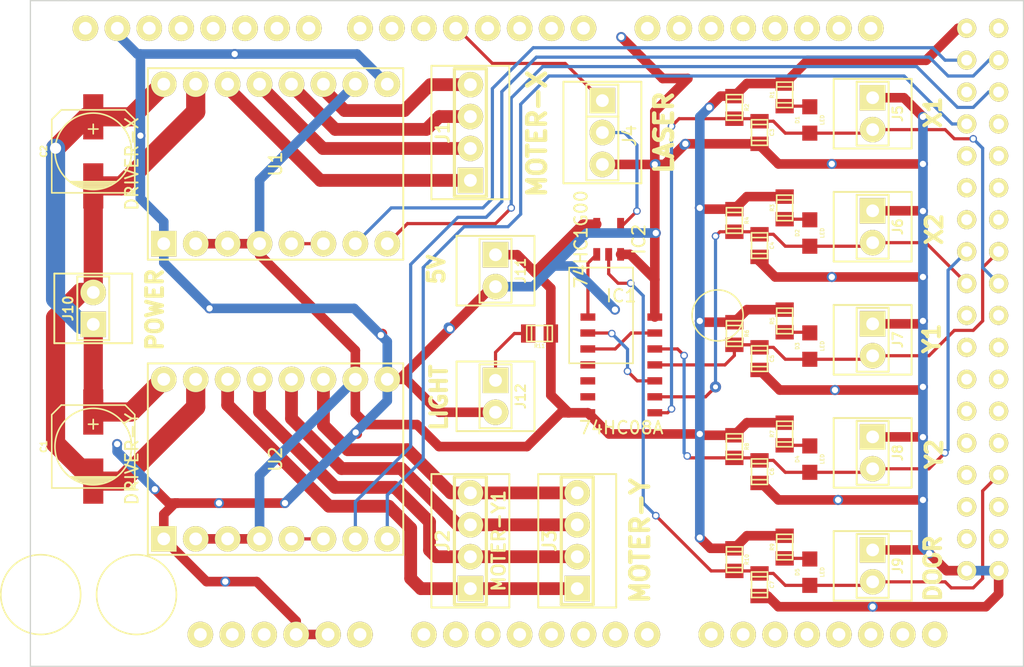
<source format=kicad_pcb>
(kicad_pcb (version 3) (host pcbnew "(2013-07-07 BZR 4022)-stable")

  (general
    (links 107)
    (no_connects 0)
    (area 14.327499 8.3316 122.5664 67.050001)
    (thickness 1.6)
    (drawings 6)
    (tracks 453)
    (zones 0)
    (modules 40)
    (nets 35)
  )

  (page A3)
  (title_block 
    (title "Smart Laser Arduino Mega Shield")
    (rev 2.0.1)
    (company SmartDIYs)
  )

  (layers
    (15 F.Cu signal)
    (0 B.Cu signal)
    (16 B.Adhes user)
    (17 F.Adhes user)
    (18 B.Paste user)
    (19 F.Paste user)
    (20 B.SilkS user)
    (21 F.SilkS user)
    (22 B.Mask user)
    (23 F.Mask user)
    (24 Dwgs.User user)
    (25 Cmts.User user)
    (26 Eco1.User user)
    (27 Eco2.User user)
    (28 Edge.Cuts user)
  )

  (setup
    (last_trace_width 0.254)
    (trace_clearance 0.254)
    (zone_clearance 0.508)
    (zone_45_only no)
    (trace_min 0.254)
    (segment_width 0.2)
    (edge_width 0.1)
    (via_size 0.889)
    (via_drill 0.635)
    (via_min_size 0.59944)
    (via_min_drill 0.39878)
    (uvia_size 0.508)
    (uvia_drill 0.127)
    (uvias_allowed no)
    (uvia_min_size 0.508)
    (uvia_min_drill 0.127)
    (pcb_text_width 0.3)
    (pcb_text_size 1.5 1.5)
    (mod_edge_width 0.15)
    (mod_text_size 1 1)
    (mod_text_width 0.15)
    (pad_size 2.032 2.032)
    (pad_drill 1.016)
    (pad_to_mask_clearance 0)
    (aux_axis_origin 0 0)
    (visible_elements 7FFFFFFF)
    (pcbplotparams
      (layerselection 283148289)
      (usegerberextensions true)
      (excludeedgelayer true)
      (linewidth 0.150000)
      (plotframeref false)
      (viasonmask false)
      (mode 1)
      (useauxorigin false)
      (hpglpennumber 1)
      (hpglpenspeed 20)
      (hpglpendiameter 15)
      (hpglpenoverlay 2)
      (psnegative false)
      (psa4output false)
      (plotreference true)
      (plotvalue true)
      (plotothertext true)
      (plotinvisibletext false)
      (padsonsilk false)
      (subtractmaskfromsilk true)
      (outputformat 1)
      (mirror false)
      (drillshape 0)
      (scaleselection 1)
      (outputdirectory Gaber/))
  )

  (net 0 "")
  (net 1 GND)
  (net 2 N-000001)
  (net 3 N-0000010)
  (net 4 N-0000011)
  (net 5 N-000002)
  (net 6 N-000003)
  (net 7 N-000004)
  (net 8 N-0000049)
  (net 9 N-000005)
  (net 10 N-0000050)
  (net 11 N-0000053)
  (net 12 N-0000054)
  (net 13 N-0000055)
  (net 14 N-0000056)
  (net 15 N-0000058)
  (net 16 N-000006)
  (net 17 N-0000061)
  (net 18 N-0000062)
  (net 19 N-0000063)
  (net 20 N-0000064)
  (net 21 N-0000065)
  (net 22 N-0000066)
  (net 23 N-0000067)
  (net 24 N-0000068)
  (net 25 N-0000069)
  (net 26 N-000007)
  (net 27 N-0000070)
  (net 28 N-0000071)
  (net 29 N-0000073)
  (net 30 N-0000077)
  (net 31 N-0000078)
  (net 32 N-000008)
  (net 33 N-000009)
  (net 34 VDD)

  (net_class Default "これは標準のネット クラスです。"
    (clearance 0.254)
    (trace_width 0.254)
    (via_dia 0.889)
    (via_drill 0.635)
    (uvia_dia 0.508)
    (uvia_drill 0.127)
    (add_net "")
  )

  (net_class 12V ""
    (clearance 0.254)
    (trace_width 1.524)
    (via_dia 1.143)
    (via_drill 0.889)
    (uvia_dia 0.508)
    (uvia_drill 0.127)
    (add_net N-0000077)
    (add_net N-0000078)
  )

  (net_class 5V ""
    (clearance 0.254)
    (trace_width 0.762)
    (via_dia 0.8001)
    (via_drill 0.50038)
    (uvia_dia 0.508)
    (uvia_drill 0.127)
    (add_net GND)
    (add_net VDD)
  )

  (net_class motor ""
    (clearance 0.254)
    (trace_width 1.016)
    (via_dia 0.8001)
    (via_drill 0.50038)
    (uvia_dia 0.508)
    (uvia_drill 0.127)
    (add_net N-000001)
    (add_net N-000002)
    (add_net N-000003)
    (add_net N-000004)
    (add_net N-000006)
    (add_net N-000007)
    (add_net N-000008)
    (add_net N-000009)
  )

  (net_class signal ""
    (clearance 0.1524)
    (trace_width 0.254)
    (via_dia 0.59944)
    (via_drill 0.39878)
    (uvia_dia 0.508)
    (uvia_drill 0.127)
    (add_net N-0000010)
    (add_net N-0000011)
    (add_net N-0000049)
    (add_net N-000005)
    (add_net N-0000050)
    (add_net N-0000053)
    (add_net N-0000054)
    (add_net N-0000055)
    (add_net N-0000056)
    (add_net N-0000058)
    (add_net N-0000061)
    (add_net N-0000062)
    (add_net N-0000063)
    (add_net N-0000064)
    (add_net N-0000065)
    (add_net N-0000066)
    (add_net N-0000067)
    (add_net N-0000068)
    (add_net N-0000069)
    (add_net N-0000070)
    (add_net N-0000071)
    (add_net N-0000073)
  )

  (module PIN_ARRAY_4x1 (layer F.Cu) (tedit 54B5DA77) (tstamp 54B4FF29)
    (at 52 24.5 90)
    (descr "Double rangee de contacts 2 x 5 pins")
    (tags CONN)
    (path /5444B7FE)
    (fp_text reference J1 (at 0 -2.19964 90) (layer F.SilkS)
      (effects (font (size 1.016 1.016) (thickness 0.2032)))
    )
    (fp_text value MOTER-X (at -0.1 5.3 90) (layer F.SilkS)
      (effects (font (size 1.416 1.416) (thickness 0.354)))
    )
    (fp_line (start -5.31114 -3.0988) (end 5.31114 -3.0988) (layer F.SilkS) (width 0.14986))
    (fp_line (start 5.31114 -3.0988) (end 5.31114 3.0988) (layer F.SilkS) (width 0.14986))
    (fp_line (start 5.31114 3.0988) (end -5.31114 3.0988) (layer F.SilkS) (width 0.14986))
    (fp_line (start -5.31114 3.0988) (end -5.31114 -3.0988) (layer F.SilkS) (width 0.14986))
    (fp_line (start 5.08 1.27) (end -5.08 1.27) (layer F.SilkS) (width 0.254))
    (fp_line (start 5.08 -1.27) (end -5.08 -1.27) (layer F.SilkS) (width 0.254))
    (fp_line (start -5.08 -1.27) (end -5.08 1.27) (layer F.SilkS) (width 0.254))
    (fp_line (start 5.08 1.27) (end 5.08 -1.27) (layer F.SilkS) (width 0.254))
    (pad 1 thru_hole rect (at -3.81 0 90) (size 2.032 2.032) (drill 1.016)
      (layers *.Cu *.Mask F.SilkS)
      (net 7 N-000004)
    )
    (pad 2 thru_hole circle (at -1.27 0 90) (size 2.032 2.032) (drill 1.016)
      (layers *.Cu *.Mask F.SilkS)
      (net 2 N-000001)
    )
    (pad 3 thru_hole circle (at 1.27 0 90) (size 2.032 2.032) (drill 1.016)
      (layers *.Cu *.Mask F.SilkS)
      (net 5 N-000002)
    )
    (pad 4 thru_hole circle (at 3.81 0 90) (size 2.032 2.032) (drill 1.016)
      (layers *.Cu *.Mask F.SilkS)
      (net 6 N-000003)
    )
    (model pin_array\pins_array_4x1.wrl
      (at (xyz 0 0 0))
      (scale (xyz 1 1 1))
      (rotate (xyz 0 0 0))
    )
  )

  (module PIN_ARRAY_4x1 (layer F.Cu) (tedit 546EEAA0) (tstamp 54B4FF39)
    (at 52 57 90)
    (descr "Double rangee de contacts 2 x 5 pins")
    (tags CONN)
    (path /5444B80B)
    (fp_text reference J2 (at 0 -2.19964 90) (layer F.SilkS)
      (effects (font (size 1.016 1.016) (thickness 0.2032)))
    )
    (fp_text value MOTER-Y1 (at 0 2.25044 90) (layer F.SilkS)
      (effects (font (size 1.016 1.016) (thickness 0.2032)))
    )
    (fp_line (start -5.31114 -3.0988) (end 5.31114 -3.0988) (layer F.SilkS) (width 0.14986))
    (fp_line (start 5.31114 -3.0988) (end 5.31114 3.0988) (layer F.SilkS) (width 0.14986))
    (fp_line (start 5.31114 3.0988) (end -5.31114 3.0988) (layer F.SilkS) (width 0.14986))
    (fp_line (start -5.31114 3.0988) (end -5.31114 -3.0988) (layer F.SilkS) (width 0.14986))
    (fp_line (start 5.08 1.27) (end -5.08 1.27) (layer F.SilkS) (width 0.254))
    (fp_line (start 5.08 -1.27) (end -5.08 -1.27) (layer F.SilkS) (width 0.254))
    (fp_line (start -5.08 -1.27) (end -5.08 1.27) (layer F.SilkS) (width 0.254))
    (fp_line (start 5.08 1.27) (end 5.08 -1.27) (layer F.SilkS) (width 0.254))
    (pad 1 thru_hole rect (at -3.81 0 90) (size 2.032 2.032) (drill 1.016)
      (layers *.Cu *.Mask F.SilkS)
      (net 26 N-000007)
    )
    (pad 2 thru_hole circle (at -1.27 0 90) (size 2.032 2.032) (drill 1.016)
      (layers *.Cu *.Mask F.SilkS)
      (net 32 N-000008)
    )
    (pad 3 thru_hole circle (at 1.27 0 90) (size 2.032 2.032) (drill 1.016)
      (layers *.Cu *.Mask F.SilkS)
      (net 16 N-000006)
    )
    (pad 4 thru_hole circle (at 3.81 0 90) (size 2.032 2.032) (drill 1.016)
      (layers *.Cu *.Mask F.SilkS)
      (net 33 N-000009)
    )
    (model pin_array\pins_array_4x1.wrl
      (at (xyz 0 0 0))
      (scale (xyz 1 1 1))
      (rotate (xyz 0 0 0))
    )
  )

  (module PIN_ARRAY_4x1 (layer F.Cu) (tedit 54B5DA5E) (tstamp 54B4FF49)
    (at 60.5 57 90)
    (descr "Double rangee de contacts 2 x 5 pins")
    (tags CONN)
    (path /5444F9FD)
    (fp_text reference J3 (at 0 -2.19964 90) (layer F.SilkS)
      (effects (font (size 1.016 1.016) (thickness 0.2032)))
    )
    (fp_text value MOTER-Y (at 0 5 90) (layer F.SilkS)
      (effects (font (size 1.416 1.416) (thickness 0.354)))
    )
    (fp_line (start -5.31114 -3.0988) (end 5.31114 -3.0988) (layer F.SilkS) (width 0.14986))
    (fp_line (start 5.31114 -3.0988) (end 5.31114 3.0988) (layer F.SilkS) (width 0.14986))
    (fp_line (start 5.31114 3.0988) (end -5.31114 3.0988) (layer F.SilkS) (width 0.14986))
    (fp_line (start -5.31114 3.0988) (end -5.31114 -3.0988) (layer F.SilkS) (width 0.14986))
    (fp_line (start 5.08 1.27) (end -5.08 1.27) (layer F.SilkS) (width 0.254))
    (fp_line (start 5.08 -1.27) (end -5.08 -1.27) (layer F.SilkS) (width 0.254))
    (fp_line (start -5.08 -1.27) (end -5.08 1.27) (layer F.SilkS) (width 0.254))
    (fp_line (start 5.08 1.27) (end 5.08 -1.27) (layer F.SilkS) (width 0.254))
    (pad 1 thru_hole rect (at -3.81 0 90) (size 2.032 2.032) (drill 1.016)
      (layers *.Cu *.Mask F.SilkS)
      (net 26 N-000007)
    )
    (pad 2 thru_hole circle (at -1.27 0 90) (size 2.032 2.032) (drill 1.016)
      (layers *.Cu *.Mask F.SilkS)
      (net 32 N-000008)
    )
    (pad 3 thru_hole circle (at 1.27 0 90) (size 2.032 2.032) (drill 1.016)
      (layers *.Cu *.Mask F.SilkS)
      (net 16 N-000006)
    )
    (pad 4 thru_hole circle (at 3.81 0 90) (size 2.032 2.032) (drill 1.016)
      (layers *.Cu *.Mask F.SilkS)
      (net 33 N-000009)
    )
    (model pin_array\pins_array_4x1.wrl
      (at (xyz 0 0 0))
      (scale (xyz 1 1 1))
      (rotate (xyz 0 0 0))
    )
  )

  (module PIN_ARRAY_3X1 (layer F.Cu) (tedit 54B5DA85) (tstamp 54B4FF59)
    (at 62.5 24.5 270)
    (descr "Connecteur 3 pins")
    (tags "CONN DEV")
    (path /5444B80C)
    (fp_text reference J4 (at 0.254 -2.159 270) (layer F.SilkS)
      (effects (font (size 1.016 1.016) (thickness 0.1524)))
    )
    (fp_text value LASER (at 0 -4.9 270) (layer F.SilkS)
      (effects (font (size 1.416 1.416) (thickness 0.354)))
    )
    (fp_line (start -4.04114 -3.0988) (end 4.04114 -3.0988) (layer F.SilkS) (width 0.14986))
    (fp_line (start 4.04114 -3.0988) (end 4.04114 3.0988) (layer F.SilkS) (width 0.14986))
    (fp_line (start 4.04114 3.0988) (end -4.04114 3.0988) (layer F.SilkS) (width 0.14986))
    (fp_line (start -4.04114 3.0988) (end -4.04114 -3.0988) (layer F.SilkS) (width 0.14986))
    (fp_line (start -3.81 1.27) (end -3.81 -1.27) (layer F.SilkS) (width 0.1524))
    (fp_line (start -3.81 -1.27) (end 3.81 -1.27) (layer F.SilkS) (width 0.1524))
    (fp_line (start 3.81 -1.27) (end 3.81 1.27) (layer F.SilkS) (width 0.1524))
    (fp_line (start 3.81 1.27) (end -3.81 1.27) (layer F.SilkS) (width 0.1524))
    (fp_line (start -1.27 -1.27) (end -1.27 1.27) (layer F.SilkS) (width 0.1524))
    (pad 1 thru_hole rect (at -2.54 0 270) (size 2.032 2.032) (drill 1.016)
      (layers *.Cu *.Mask F.SilkS)
      (net 11 N-0000053)
    )
    (pad 2 thru_hole circle (at 0 0 270) (size 2.032 2.032) (drill 1.016)
      (layers *.Cu *.Mask F.SilkS)
      (net 14 N-0000056)
    )
    (pad 3 thru_hole circle (at 2.54 0 270) (size 2.032 2.032) (drill 1.016)
      (layers *.Cu *.Mask F.SilkS)
      (net 1 GND)
    )
    (model pin_array/pins_array_3x1.wrl
      (at (xyz 0 0 0))
      (scale (xyz 1 1 1))
      (rotate (xyz 0 0 0))
    )
  )

  (module PIN_ARRAY_2X1 (layer F.Cu) (tedit 54B5DAC1) (tstamp 54B5CD74)
    (at 54 45.5 270)
    (descr "Connecteurs 2 pins")
    (tags "CONN DEV")
    (path /54B4F8F3)
    (fp_text reference J12 (at 0 -1.99898 270) (layer F.SilkS)
      (effects (font (size 0.762 0.762) (thickness 0.1524)))
    )
    (fp_text value LIGHT (at 0.1 4.5 270) (layer F.SilkS)
      (effects (font (size 1.262 1.262) (thickness 0.3155)))
    )
    (fp_line (start -2.77114 -3.0988) (end 2.77114 -3.0988) (layer F.SilkS) (width 0.14986))
    (fp_line (start 2.77114 -3.0988) (end 2.77114 3.0988) (layer F.SilkS) (width 0.14986))
    (fp_line (start 2.77114 3.0988) (end -2.77114 3.0988) (layer F.SilkS) (width 0.14986))
    (fp_line (start -2.77114 3.0988) (end -2.77114 -3.0988) (layer F.SilkS) (width 0.14986))
    (fp_line (start -2.54 1.27) (end -2.54 -1.27) (layer F.SilkS) (width 0.1524))
    (fp_line (start -2.54 -1.27) (end 2.54 -1.27) (layer F.SilkS) (width 0.1524))
    (fp_line (start 2.54 -1.27) (end 2.54 1.27) (layer F.SilkS) (width 0.1524))
    (fp_line (start 2.54 1.27) (end -2.54 1.27) (layer F.SilkS) (width 0.1524))
    (pad 1 thru_hole rect (at -1.27 0 270) (size 2.032 2.032) (drill 1.016)
      (layers *.Cu *.Mask F.SilkS)
      (net 15 N-0000058)
    )
    (pad 2 thru_hole circle (at 1.27 0 270) (size 2.032 2.032) (drill 1.016)
      (layers *.Cu *.Mask F.SilkS)
      (net 1 GND)
    )
    (model pin_array/pins_array_2x1.wrl
      (at (xyz 0 0 0))
      (scale (xyz 1 1 1))
      (rotate (xyz 0 0 0))
    )
  )

  (module PIN_ARRAY_2X1 (layer F.Cu) (tedit 54B5DADB) (tstamp 54B4FF75)
    (at 22 38.5 90)
    (descr "Connecteurs 2 pins")
    (tags "CONN DEV")
    (path /5444BAE5)
    (fp_text reference J10 (at 0 -1.99898 90) (layer F.SilkS)
      (effects (font (size 0.762 0.762) (thickness 0.1524)))
    )
    (fp_text value POWER (at -0.1 4.9 90) (layer F.SilkS)
      (effects (font (size 1.262 1.262) (thickness 0.3155)))
    )
    (fp_line (start -2.77114 -3.0988) (end 2.77114 -3.0988) (layer F.SilkS) (width 0.14986))
    (fp_line (start 2.77114 -3.0988) (end 2.77114 3.0988) (layer F.SilkS) (width 0.14986))
    (fp_line (start 2.77114 3.0988) (end -2.77114 3.0988) (layer F.SilkS) (width 0.14986))
    (fp_line (start -2.77114 3.0988) (end -2.77114 -3.0988) (layer F.SilkS) (width 0.14986))
    (fp_line (start -2.54 1.27) (end -2.54 -1.27) (layer F.SilkS) (width 0.1524))
    (fp_line (start -2.54 -1.27) (end 2.54 -1.27) (layer F.SilkS) (width 0.1524))
    (fp_line (start 2.54 -1.27) (end 2.54 1.27) (layer F.SilkS) (width 0.1524))
    (fp_line (start 2.54 1.27) (end -2.54 1.27) (layer F.SilkS) (width 0.1524))
    (pad 1 thru_hole rect (at -1.27 0 90) (size 2.032 2.032) (drill 1.016)
      (layers *.Cu *.Mask F.SilkS)
      (net 30 N-0000077)
    )
    (pad 2 thru_hole circle (at 1.27 0 90) (size 2.032 2.032) (drill 1.016)
      (layers *.Cu *.Mask F.SilkS)
      (net 31 N-0000078)
    )
    (model pin_array/pins_array_2x1.wrl
      (at (xyz 0 0 0))
      (scale (xyz 1 1 1))
      (rotate (xyz 0 0 0))
    )
  )

  (module PIN_ARRAY_2X1 (layer F.Cu) (tedit 54B5DAF5) (tstamp 54B4FF83)
    (at 84 59 270)
    (descr "Connecteurs 2 pins")
    (tags "CONN DEV")
    (path /546EEE35)
    (fp_text reference J9 (at 0 -1.99898 270) (layer F.SilkS)
      (effects (font (size 0.762 0.762) (thickness 0.1524)))
    )
    (fp_text value DOOR (at 0.2 -4.8 270) (layer F.SilkS)
      (effects (font (size 1.262 1.262) (thickness 0.3155)))
    )
    (fp_line (start -2.77114 -3.0988) (end 2.77114 -3.0988) (layer F.SilkS) (width 0.14986))
    (fp_line (start 2.77114 -3.0988) (end 2.77114 3.0988) (layer F.SilkS) (width 0.14986))
    (fp_line (start 2.77114 3.0988) (end -2.77114 3.0988) (layer F.SilkS) (width 0.14986))
    (fp_line (start -2.77114 3.0988) (end -2.77114 -3.0988) (layer F.SilkS) (width 0.14986))
    (fp_line (start -2.54 1.27) (end -2.54 -1.27) (layer F.SilkS) (width 0.1524))
    (fp_line (start -2.54 -1.27) (end 2.54 -1.27) (layer F.SilkS) (width 0.1524))
    (fp_line (start 2.54 -1.27) (end 2.54 1.27) (layer F.SilkS) (width 0.1524))
    (fp_line (start 2.54 1.27) (end -2.54 1.27) (layer F.SilkS) (width 0.1524))
    (pad 1 thru_hole rect (at -1.27 0 270) (size 2.032 2.032) (drill 1.016)
      (layers *.Cu *.Mask F.SilkS)
      (net 1 GND)
    )
    (pad 2 thru_hole circle (at 1.27 0 270) (size 2.032 2.032) (drill 1.016)
      (layers *.Cu *.Mask F.SilkS)
      (net 27 N-0000070)
    )
    (model pin_array/pins_array_2x1.wrl
      (at (xyz 0 0 0))
      (scale (xyz 1 1 1))
      (rotate (xyz 0 0 0))
    )
  )

  (module PIN_ARRAY_2X1 (layer F.Cu) (tedit 54B5DB1E) (tstamp 54B4FF91)
    (at 84 50 270)
    (descr "Connecteurs 2 pins")
    (tags "CONN DEV")
    (path /546EEE19)
    (fp_text reference J8 (at 0 -1.99898 270) (layer F.SilkS)
      (effects (font (size 0.762 0.762) (thickness 0.1524)))
    )
    (fp_text value Y2 (at 0.1 -4.9 270) (layer F.SilkS)
      (effects (font (size 1.262 1.262) (thickness 0.3155)))
    )
    (fp_line (start -2.77114 -3.0988) (end 2.77114 -3.0988) (layer F.SilkS) (width 0.14986))
    (fp_line (start 2.77114 -3.0988) (end 2.77114 3.0988) (layer F.SilkS) (width 0.14986))
    (fp_line (start 2.77114 3.0988) (end -2.77114 3.0988) (layer F.SilkS) (width 0.14986))
    (fp_line (start -2.77114 3.0988) (end -2.77114 -3.0988) (layer F.SilkS) (width 0.14986))
    (fp_line (start -2.54 1.27) (end -2.54 -1.27) (layer F.SilkS) (width 0.1524))
    (fp_line (start -2.54 -1.27) (end 2.54 -1.27) (layer F.SilkS) (width 0.1524))
    (fp_line (start 2.54 -1.27) (end 2.54 1.27) (layer F.SilkS) (width 0.1524))
    (fp_line (start 2.54 1.27) (end -2.54 1.27) (layer F.SilkS) (width 0.1524))
    (pad 1 thru_hole rect (at -1.27 0 270) (size 2.032 2.032) (drill 1.016)
      (layers *.Cu *.Mask F.SilkS)
      (net 1 GND)
    )
    (pad 2 thru_hole circle (at 1.27 0 270) (size 2.032 2.032) (drill 1.016)
      (layers *.Cu *.Mask F.SilkS)
      (net 24 N-0000068)
    )
    (model pin_array/pins_array_2x1.wrl
      (at (xyz 0 0 0))
      (scale (xyz 1 1 1))
      (rotate (xyz 0 0 0))
    )
  )

  (module PIN_ARRAY_2X1 (layer F.Cu) (tedit 54B5DB25) (tstamp 54B4FF9F)
    (at 84 41 270)
    (descr "Connecteurs 2 pins")
    (tags "CONN DEV")
    (path /546EED2E)
    (fp_text reference J7 (at 0 -1.99898 270) (layer F.SilkS)
      (effects (font (size 0.762 0.762) (thickness 0.1524)))
    )
    (fp_text value Y1 (at -0.1 -4.7 270) (layer F.SilkS)
      (effects (font (size 1.262 1.262) (thickness 0.3155)))
    )
    (fp_line (start -2.77114 -3.0988) (end 2.77114 -3.0988) (layer F.SilkS) (width 0.14986))
    (fp_line (start 2.77114 -3.0988) (end 2.77114 3.0988) (layer F.SilkS) (width 0.14986))
    (fp_line (start 2.77114 3.0988) (end -2.77114 3.0988) (layer F.SilkS) (width 0.14986))
    (fp_line (start -2.77114 3.0988) (end -2.77114 -3.0988) (layer F.SilkS) (width 0.14986))
    (fp_line (start -2.54 1.27) (end -2.54 -1.27) (layer F.SilkS) (width 0.1524))
    (fp_line (start -2.54 -1.27) (end 2.54 -1.27) (layer F.SilkS) (width 0.1524))
    (fp_line (start 2.54 -1.27) (end 2.54 1.27) (layer F.SilkS) (width 0.1524))
    (fp_line (start 2.54 1.27) (end -2.54 1.27) (layer F.SilkS) (width 0.1524))
    (pad 1 thru_hole rect (at -1.27 0 270) (size 2.032 2.032) (drill 1.016)
      (layers *.Cu *.Mask F.SilkS)
      (net 1 GND)
    )
    (pad 2 thru_hole circle (at 1.27 0 270) (size 2.032 2.032) (drill 1.016)
      (layers *.Cu *.Mask F.SilkS)
      (net 28 N-0000071)
    )
    (model pin_array/pins_array_2x1.wrl
      (at (xyz 0 0 0))
      (scale (xyz 1 1 1))
      (rotate (xyz 0 0 0))
    )
  )

  (module PIN_ARRAY_2X1 (layer F.Cu) (tedit 54B5DB34) (tstamp 54B4FFAD)
    (at 84 32 270)
    (descr "Connecteurs 2 pins")
    (tags "CONN DEV")
    (path /546EEC42)
    (fp_text reference J6 (at 0 -1.99898 270) (layer F.SilkS)
      (effects (font (size 0.762 0.762) (thickness 0.1524)))
    )
    (fp_text value X2 (at 0.2 -4.9 270) (layer F.SilkS)
      (effects (font (size 1.262 1.262) (thickness 0.3155)))
    )
    (fp_line (start -2.77114 -3.0988) (end 2.77114 -3.0988) (layer F.SilkS) (width 0.14986))
    (fp_line (start 2.77114 -3.0988) (end 2.77114 3.0988) (layer F.SilkS) (width 0.14986))
    (fp_line (start 2.77114 3.0988) (end -2.77114 3.0988) (layer F.SilkS) (width 0.14986))
    (fp_line (start -2.77114 3.0988) (end -2.77114 -3.0988) (layer F.SilkS) (width 0.14986))
    (fp_line (start -2.54 1.27) (end -2.54 -1.27) (layer F.SilkS) (width 0.1524))
    (fp_line (start -2.54 -1.27) (end 2.54 -1.27) (layer F.SilkS) (width 0.1524))
    (fp_line (start 2.54 -1.27) (end 2.54 1.27) (layer F.SilkS) (width 0.1524))
    (fp_line (start 2.54 1.27) (end -2.54 1.27) (layer F.SilkS) (width 0.1524))
    (pad 1 thru_hole rect (at -1.27 0 270) (size 2.032 2.032) (drill 1.016)
      (layers *.Cu *.Mask F.SilkS)
      (net 1 GND)
    )
    (pad 2 thru_hole circle (at 1.27 0 270) (size 2.032 2.032) (drill 1.016)
      (layers *.Cu *.Mask F.SilkS)
      (net 23 N-0000067)
    )
    (model pin_array/pins_array_2x1.wrl
      (at (xyz 0 0 0))
      (scale (xyz 1 1 1))
      (rotate (xyz 0 0 0))
    )
  )

  (module PIN_ARRAY_2X1 (layer F.Cu) (tedit 54B5DAC4) (tstamp 54B5CD83)
    (at 54 35.5 270)
    (descr "Connecteurs 2 pins")
    (tags "CONN DEV")
    (path /546EE834)
    (fp_text reference J11 (at 0 -1.99898 270) (layer F.SilkS)
      (effects (font (size 0.762 0.762) (thickness 0.1524)))
    )
    (fp_text value 5V (at -0.1 4.7 270) (layer F.SilkS)
      (effects (font (size 1.262 1.262) (thickness 0.3155)))
    )
    (fp_line (start -2.77114 -3.0988) (end 2.77114 -3.0988) (layer F.SilkS) (width 0.14986))
    (fp_line (start 2.77114 -3.0988) (end 2.77114 3.0988) (layer F.SilkS) (width 0.14986))
    (fp_line (start 2.77114 3.0988) (end -2.77114 3.0988) (layer F.SilkS) (width 0.14986))
    (fp_line (start -2.77114 3.0988) (end -2.77114 -3.0988) (layer F.SilkS) (width 0.14986))
    (fp_line (start -2.54 1.27) (end -2.54 -1.27) (layer F.SilkS) (width 0.1524))
    (fp_line (start -2.54 -1.27) (end 2.54 -1.27) (layer F.SilkS) (width 0.1524))
    (fp_line (start 2.54 -1.27) (end 2.54 1.27) (layer F.SilkS) (width 0.1524))
    (fp_line (start 2.54 1.27) (end -2.54 1.27) (layer F.SilkS) (width 0.1524))
    (pad 1 thru_hole rect (at -1.27 0 270) (size 2.032 2.032) (drill 1.016)
      (layers *.Cu *.Mask F.SilkS)
      (net 34 VDD)
    )
    (pad 2 thru_hole circle (at 1.27 0 270) (size 2.032 2.032) (drill 1.016)
      (layers *.Cu *.Mask F.SilkS)
      (net 1 GND)
    )
    (model pin_array/pins_array_2x1.wrl
      (at (xyz 0 0 0))
      (scale (xyz 1 1 1))
      (rotate (xyz 0 0 0))
    )
  )

  (module PIN_ARRAY_2X1 (layer F.Cu) (tedit 54B5DB44) (tstamp 54B4FFC9)
    (at 84 23 270)
    (descr "Connecteurs 2 pins")
    (tags "CONN DEV")
    (path /546EEAEC)
    (fp_text reference J5 (at 0 -1.99898 270) (layer F.SilkS)
      (effects (font (size 0.762 0.762) (thickness 0.1524)))
    )
    (fp_text value X1 (at -0.1 -4.8 270) (layer F.SilkS)
      (effects (font (size 1.262 1.262) (thickness 0.3155)))
    )
    (fp_line (start -2.77114 -3.0988) (end 2.77114 -3.0988) (layer F.SilkS) (width 0.14986))
    (fp_line (start 2.77114 -3.0988) (end 2.77114 3.0988) (layer F.SilkS) (width 0.14986))
    (fp_line (start 2.77114 3.0988) (end -2.77114 3.0988) (layer F.SilkS) (width 0.14986))
    (fp_line (start -2.77114 3.0988) (end -2.77114 -3.0988) (layer F.SilkS) (width 0.14986))
    (fp_line (start -2.54 1.27) (end -2.54 -1.27) (layer F.SilkS) (width 0.1524))
    (fp_line (start -2.54 -1.27) (end 2.54 -1.27) (layer F.SilkS) (width 0.1524))
    (fp_line (start 2.54 -1.27) (end 2.54 1.27) (layer F.SilkS) (width 0.1524))
    (fp_line (start 2.54 1.27) (end -2.54 1.27) (layer F.SilkS) (width 0.1524))
    (pad 1 thru_hole rect (at -1.27 0 270) (size 2.032 2.032) (drill 1.016)
      (layers *.Cu *.Mask F.SilkS)
      (net 1 GND)
    )
    (pad 2 thru_hole circle (at 1.27 0 270) (size 2.032 2.032) (drill 1.016)
      (layers *.Cu *.Mask F.SilkS)
      (net 21 N-0000065)
    )
    (model pin_array/pins_array_2x1.wrl
      (at (xyz 0 0 0))
      (scale (xyz 1 1 1))
      (rotate (xyz 0 0 0))
    )
  )

  (module C_LED (layer F.Cu) (tedit 546EF146) (tstamp 54B4FFCF)
    (at 79 41.5 270)
    (path /5445BF81)
    (fp_text reference D3 (at 0 0.9906 270) (layer F.SilkS)
      (effects (font (size 0.29972 0.29972) (thickness 0.06096)))
    )
    (fp_text value LED (at 0 -0.9906 270) (layer F.SilkS)
      (effects (font (size 0.29972 0.29972) (thickness 0.06096)))
    )
    (pad 1 smd rect (at -1.05 0 270) (size 1.2 1.2)
      (layers F.Cu F.Paste F.Mask)
      (net 19 N-0000063)
    )
    (pad 2 smd rect (at 1.05 0 270) (size 1.2 1.2)
      (layers F.Cu F.Paste F.Mask)
      (net 28 N-0000071)
    )
  )

  (module C_LED (layer F.Cu) (tedit 546EF146) (tstamp 54B4FFD5)
    (at 79 50.5 270)
    (path /5445C29D)
    (fp_text reference D4 (at 0 0.9906 270) (layer F.SilkS)
      (effects (font (size 0.29972 0.29972) (thickness 0.06096)))
    )
    (fp_text value LED (at 0 -0.9906 270) (layer F.SilkS)
      (effects (font (size 0.29972 0.29972) (thickness 0.06096)))
    )
    (pad 1 smd rect (at -1.05 0 270) (size 1.2 1.2)
      (layers F.Cu F.Paste F.Mask)
      (net 29 N-0000073)
    )
    (pad 2 smd rect (at 1.05 0 270) (size 1.2 1.2)
      (layers F.Cu F.Paste F.Mask)
      (net 24 N-0000068)
    )
  )

  (module C_LED (layer F.Cu) (tedit 546EF146) (tstamp 54B4FFDB)
    (at 79 32.5 270)
    (path /5445BAB7)
    (fp_text reference D2 (at 0 0.9906 270) (layer F.SilkS)
      (effects (font (size 0.29972 0.29972) (thickness 0.06096)))
    )
    (fp_text value LED (at 0 -0.9906 270) (layer F.SilkS)
      (effects (font (size 0.29972 0.29972) (thickness 0.06096)))
    )
    (pad 1 smd rect (at -1.05 0 270) (size 1.2 1.2)
      (layers F.Cu F.Paste F.Mask)
      (net 22 N-0000066)
    )
    (pad 2 smd rect (at 1.05 0 270) (size 1.2 1.2)
      (layers F.Cu F.Paste F.Mask)
      (net 23 N-0000067)
    )
  )

  (module C_LED (layer F.Cu) (tedit 546EF146) (tstamp 54B4FFE1)
    (at 79 59.5 270)
    (path /5445C919)
    (fp_text reference D5 (at 0 0.9906 270) (layer F.SilkS)
      (effects (font (size 0.29972 0.29972) (thickness 0.06096)))
    )
    (fp_text value LED (at 0 -0.9906 270) (layer F.SilkS)
      (effects (font (size 0.29972 0.29972) (thickness 0.06096)))
    )
    (pad 1 smd rect (at -1.05 0 270) (size 1.2 1.2)
      (layers F.Cu F.Paste F.Mask)
      (net 25 N-0000069)
    )
    (pad 2 smd rect (at 1.05 0 270) (size 1.2 1.2)
      (layers F.Cu F.Paste F.Mask)
      (net 27 N-0000070)
    )
  )

  (module C_LED (layer F.Cu) (tedit 546EF146) (tstamp 54B4FFE7)
    (at 79 23.5 270)
    (path /5445AF60)
    (fp_text reference D1 (at 0 0.9906 270) (layer F.SilkS)
      (effects (font (size 0.29972 0.29972) (thickness 0.06096)))
    )
    (fp_text value LED (at 0 -0.9906 270) (layer F.SilkS)
      (effects (font (size 0.29972 0.29972) (thickness 0.06096)))
    )
    (pad 1 smd rect (at -1.05 0 270) (size 1.2 1.2)
      (layers F.Cu F.Paste F.Mask)
      (net 20 N-0000064)
    )
    (pad 2 smd rect (at 1.05 0 270) (size 1.2 1.2)
      (layers F.Cu F.Paste F.Mask)
      (net 21 N-0000065)
    )
  )

  (module C_ELEC_6.3x7.7 (layer F.Cu) (tedit 49F5C0C2) (tstamp 54B4FFFB)
    (at 22 26 90)
    (descr "SMT capacitor, aluminium electrolytic, 6.3x7.7")
    (path /5444BD96)
    (fp_text reference C2 (at 0 -3.937 90) (layer F.SilkS)
      (effects (font (size 0.50038 0.50038) (thickness 0.11938)))
    )
    (fp_text value 100uF (at 0 3.81 90) (layer F.SilkS) hide
      (effects (font (size 0.50038 0.50038) (thickness 0.11938)))
    )
    (fp_line (start -2.921 -0.762) (end -2.921 0.762) (layer F.SilkS) (width 0.127))
    (fp_line (start -2.794 1.143) (end -2.794 -1.143) (layer F.SilkS) (width 0.127))
    (fp_line (start -2.667 -1.397) (end -2.667 1.397) (layer F.SilkS) (width 0.127))
    (fp_line (start -2.54 1.651) (end -2.54 -1.651) (layer F.SilkS) (width 0.127))
    (fp_line (start -2.413 -1.778) (end -2.413 1.778) (layer F.SilkS) (width 0.127))
    (fp_circle (center 0 0) (end -3.048 0) (layer F.SilkS) (width 0.127))
    (fp_line (start -3.302 -3.302) (end -3.302 3.302) (layer F.SilkS) (width 0.127))
    (fp_line (start -3.302 3.302) (end 2.54 3.302) (layer F.SilkS) (width 0.127))
    (fp_line (start 2.54 3.302) (end 3.302 2.54) (layer F.SilkS) (width 0.127))
    (fp_line (start 3.302 2.54) (end 3.302 -2.54) (layer F.SilkS) (width 0.127))
    (fp_line (start 3.302 -2.54) (end 2.54 -3.302) (layer F.SilkS) (width 0.127))
    (fp_line (start 2.54 -3.302) (end -3.302 -3.302) (layer F.SilkS) (width 0.127))
    (fp_line (start 2.159 0) (end 1.397 0) (layer F.SilkS) (width 0.127))
    (fp_line (start 1.778 -0.381) (end 1.778 0.381) (layer F.SilkS) (width 0.127))
    (pad 1 smd rect (at 2.75082 0 90) (size 3.59918 1.6002)
      (layers F.Cu F.Paste F.Mask)
      (net 30 N-0000077)
    )
    (pad 2 smd rect (at -2.75082 0 90) (size 3.59918 1.6002)
      (layers F.Cu F.Paste F.Mask)
      (net 31 N-0000078)
    )
    (model smd/capacitors/c_elec_6_3x7_7.wrl
      (at (xyz 0 0 0))
      (scale (xyz 1 1 1))
      (rotate (xyz 0 0 0))
    )
  )

  (module C_ELEC_6.3x7.7 (layer F.Cu) (tedit 49F5C0C2) (tstamp 54B5000F)
    (at 22 49.5 90)
    (descr "SMT capacitor, aluminium electrolytic, 6.3x7.7")
    (path /5444BD6E)
    (fp_text reference C1 (at 0 -3.937 90) (layer F.SilkS)
      (effects (font (size 0.50038 0.50038) (thickness 0.11938)))
    )
    (fp_text value 100uF (at 0 3.81 90) (layer F.SilkS) hide
      (effects (font (size 0.50038 0.50038) (thickness 0.11938)))
    )
    (fp_line (start -2.921 -0.762) (end -2.921 0.762) (layer F.SilkS) (width 0.127))
    (fp_line (start -2.794 1.143) (end -2.794 -1.143) (layer F.SilkS) (width 0.127))
    (fp_line (start -2.667 -1.397) (end -2.667 1.397) (layer F.SilkS) (width 0.127))
    (fp_line (start -2.54 1.651) (end -2.54 -1.651) (layer F.SilkS) (width 0.127))
    (fp_line (start -2.413 -1.778) (end -2.413 1.778) (layer F.SilkS) (width 0.127))
    (fp_circle (center 0 0) (end -3.048 0) (layer F.SilkS) (width 0.127))
    (fp_line (start -3.302 -3.302) (end -3.302 3.302) (layer F.SilkS) (width 0.127))
    (fp_line (start -3.302 3.302) (end 2.54 3.302) (layer F.SilkS) (width 0.127))
    (fp_line (start 2.54 3.302) (end 3.302 2.54) (layer F.SilkS) (width 0.127))
    (fp_line (start 3.302 2.54) (end 3.302 -2.54) (layer F.SilkS) (width 0.127))
    (fp_line (start 3.302 -2.54) (end 2.54 -3.302) (layer F.SilkS) (width 0.127))
    (fp_line (start 2.54 -3.302) (end -3.302 -3.302) (layer F.SilkS) (width 0.127))
    (fp_line (start 2.159 0) (end 1.397 0) (layer F.SilkS) (width 0.127))
    (fp_line (start 1.778 -0.381) (end 1.778 0.381) (layer F.SilkS) (width 0.127))
    (pad 1 smd rect (at 2.75082 0 90) (size 3.59918 1.6002)
      (layers F.Cu F.Paste F.Mask)
      (net 30 N-0000077)
    )
    (pad 2 smd rect (at -2.75082 0 90) (size 3.59918 1.6002)
      (layers F.Cu F.Paste F.Mask)
      (net 31 N-0000078)
    )
    (model smd/capacitors/c_elec_6_3x7_7.wrl
      (at (xyz 0 0 0))
      (scale (xyz 1 1 1))
      (rotate (xyz 0 0 0))
    )
  )

  (module C_0805 (layer F.Cu) (tedit 50818BFC) (tstamp 54B5001B)
    (at 73 40.5 270)
    (descr "SMT capacitor, 0805")
    (path /5445BF6F)
    (fp_text reference R6 (at 0 -0.9906 270) (layer F.SilkS)
      (effects (font (size 0.29972 0.29972) (thickness 0.06096)))
    )
    (fp_text value 10K (at 0 0.9906 270) (layer F.SilkS) hide
      (effects (font (size 0.29972 0.29972) (thickness 0.06096)))
    )
    (fp_line (start 0.635 -0.635) (end 0.635 0.635) (layer F.SilkS) (width 0.127))
    (fp_line (start -0.635 -0.635) (end -0.635 0.6096) (layer F.SilkS) (width 0.127))
    (fp_line (start -1.016 -0.635) (end 1.016 -0.635) (layer F.SilkS) (width 0.127))
    (fp_line (start 1.016 -0.635) (end 1.016 0.635) (layer F.SilkS) (width 0.127))
    (fp_line (start 1.016 0.635) (end -1.016 0.635) (layer F.SilkS) (width 0.127))
    (fp_line (start -1.016 0.635) (end -1.016 -0.635) (layer F.SilkS) (width 0.127))
    (pad 1 smd rect (at 0.89916 0 270) (size 1.15062 1.45034)
      (layers F.Cu F.Paste F.Mask)
      (net 28 N-0000071)
    )
    (pad 2 smd rect (at -0.89916 0 270) (size 1.15062 1.45034)
      (layers F.Cu F.Paste F.Mask)
      (net 34 VDD)
    )
    (model smd/capacitors/c_0805.wrl
      (at (xyz 0 0 0))
      (scale (xyz 1 1 1))
      (rotate (xyz 0 0 0))
    )
  )

  (module C_0805 (layer F.Cu) (tedit 50818BFC) (tstamp 54B50027)
    (at 77 48.5 90)
    (descr "SMT capacitor, 0805")
    (path /5445C297)
    (fp_text reference R7 (at 0 -0.9906 90) (layer F.SilkS)
      (effects (font (size 0.29972 0.29972) (thickness 0.06096)))
    )
    (fp_text value 1K (at 0 0.9906 90) (layer F.SilkS) hide
      (effects (font (size 0.29972 0.29972) (thickness 0.06096)))
    )
    (fp_line (start 0.635 -0.635) (end 0.635 0.635) (layer F.SilkS) (width 0.127))
    (fp_line (start -0.635 -0.635) (end -0.635 0.6096) (layer F.SilkS) (width 0.127))
    (fp_line (start -1.016 -0.635) (end 1.016 -0.635) (layer F.SilkS) (width 0.127))
    (fp_line (start 1.016 -0.635) (end 1.016 0.635) (layer F.SilkS) (width 0.127))
    (fp_line (start 1.016 0.635) (end -1.016 0.635) (layer F.SilkS) (width 0.127))
    (fp_line (start -1.016 0.635) (end -1.016 -0.635) (layer F.SilkS) (width 0.127))
    (pad 1 smd rect (at 0.89916 0 90) (size 1.15062 1.45034)
      (layers F.Cu F.Paste F.Mask)
      (net 34 VDD)
    )
    (pad 2 smd rect (at -0.89916 0 90) (size 1.15062 1.45034)
      (layers F.Cu F.Paste F.Mask)
      (net 29 N-0000073)
    )
    (model smd/capacitors/c_0805.wrl
      (at (xyz 0 0 0))
      (scale (xyz 1 1 1))
      (rotate (xyz 0 0 0))
    )
  )

  (module C_0805 (layer F.Cu) (tedit 50818BFC) (tstamp 54B50033)
    (at 75 60.5 270)
    (descr "SMT capacitor, 0805")
    (path /5445C900)
    (fp_text reference C7 (at 0 -0.9906 270) (layer F.SilkS)
      (effects (font (size 0.29972 0.29972) (thickness 0.06096)))
    )
    (fp_text value 0u1 (at 0 0.9906 270) (layer F.SilkS) hide
      (effects (font (size 0.29972 0.29972) (thickness 0.06096)))
    )
    (fp_line (start 0.635 -0.635) (end 0.635 0.635) (layer F.SilkS) (width 0.127))
    (fp_line (start -0.635 -0.635) (end -0.635 0.6096) (layer F.SilkS) (width 0.127))
    (fp_line (start -1.016 -0.635) (end 1.016 -0.635) (layer F.SilkS) (width 0.127))
    (fp_line (start 1.016 -0.635) (end 1.016 0.635) (layer F.SilkS) (width 0.127))
    (fp_line (start 1.016 0.635) (end -1.016 0.635) (layer F.SilkS) (width 0.127))
    (fp_line (start -1.016 0.635) (end -1.016 -0.635) (layer F.SilkS) (width 0.127))
    (pad 1 smd rect (at 0.89916 0 270) (size 1.15062 1.45034)
      (layers F.Cu F.Paste F.Mask)
      (net 1 GND)
    )
    (pad 2 smd rect (at -0.89916 0 270) (size 1.15062 1.45034)
      (layers F.Cu F.Paste F.Mask)
      (net 27 N-0000070)
    )
    (model smd/capacitors/c_0805.wrl
      (at (xyz 0 0 0))
      (scale (xyz 1 1 1))
      (rotate (xyz 0 0 0))
    )
  )

  (module C_0805 (layer F.Cu) (tedit 50818BFC) (tstamp 54B5003F)
    (at 73 58.5 270)
    (descr "SMT capacitor, 0805")
    (path /5445C907)
    (fp_text reference R10 (at 0 -0.9906 270) (layer F.SilkS)
      (effects (font (size 0.29972 0.29972) (thickness 0.06096)))
    )
    (fp_text value 10K (at 0 0.9906 270) (layer F.SilkS) hide
      (effects (font (size 0.29972 0.29972) (thickness 0.06096)))
    )
    (fp_line (start 0.635 -0.635) (end 0.635 0.635) (layer F.SilkS) (width 0.127))
    (fp_line (start -0.635 -0.635) (end -0.635 0.6096) (layer F.SilkS) (width 0.127))
    (fp_line (start -1.016 -0.635) (end 1.016 -0.635) (layer F.SilkS) (width 0.127))
    (fp_line (start 1.016 -0.635) (end 1.016 0.635) (layer F.SilkS) (width 0.127))
    (fp_line (start 1.016 0.635) (end -1.016 0.635) (layer F.SilkS) (width 0.127))
    (fp_line (start -1.016 0.635) (end -1.016 -0.635) (layer F.SilkS) (width 0.127))
    (pad 1 smd rect (at 0.89916 0 270) (size 1.15062 1.45034)
      (layers F.Cu F.Paste F.Mask)
      (net 27 N-0000070)
    )
    (pad 2 smd rect (at -0.89916 0 270) (size 1.15062 1.45034)
      (layers F.Cu F.Paste F.Mask)
      (net 34 VDD)
    )
    (model smd/capacitors/c_0805.wrl
      (at (xyz 0 0 0))
      (scale (xyz 1 1 1))
      (rotate (xyz 0 0 0))
    )
  )

  (module C_0805 (layer F.Cu) (tedit 50818BFC) (tstamp 54B5004B)
    (at 77 57.5 90)
    (descr "SMT capacitor, 0805")
    (path /5445C913)
    (fp_text reference R9 (at 0 -0.9906 90) (layer F.SilkS)
      (effects (font (size 0.29972 0.29972) (thickness 0.06096)))
    )
    (fp_text value 1K (at 0 0.9906 90) (layer F.SilkS) hide
      (effects (font (size 0.29972 0.29972) (thickness 0.06096)))
    )
    (fp_line (start 0.635 -0.635) (end 0.635 0.635) (layer F.SilkS) (width 0.127))
    (fp_line (start -0.635 -0.635) (end -0.635 0.6096) (layer F.SilkS) (width 0.127))
    (fp_line (start -1.016 -0.635) (end 1.016 -0.635) (layer F.SilkS) (width 0.127))
    (fp_line (start 1.016 -0.635) (end 1.016 0.635) (layer F.SilkS) (width 0.127))
    (fp_line (start 1.016 0.635) (end -1.016 0.635) (layer F.SilkS) (width 0.127))
    (fp_line (start -1.016 0.635) (end -1.016 -0.635) (layer F.SilkS) (width 0.127))
    (pad 1 smd rect (at 0.89916 0 90) (size 1.15062 1.45034)
      (layers F.Cu F.Paste F.Mask)
      (net 34 VDD)
    )
    (pad 2 smd rect (at -0.89916 0 90) (size 1.15062 1.45034)
      (layers F.Cu F.Paste F.Mask)
      (net 25 N-0000069)
    )
    (model smd/capacitors/c_0805.wrl
      (at (xyz 0 0 0))
      (scale (xyz 1 1 1))
      (rotate (xyz 0 0 0))
    )
  )

  (module C_0805 (layer F.Cu) (tedit 50818BFC) (tstamp 54B50057)
    (at 57.5 40.5 180)
    (descr "SMT capacitor, 0805")
    (path /54B4F93E)
    (fp_text reference R11 (at 0 -0.9906 180) (layer F.SilkS)
      (effects (font (size 0.29972 0.29972) (thickness 0.06096)))
    )
    (fp_text value 150 (at 0 0.9906 180) (layer F.SilkS) hide
      (effects (font (size 0.29972 0.29972) (thickness 0.06096)))
    )
    (fp_line (start 0.635 -0.635) (end 0.635 0.635) (layer F.SilkS) (width 0.127))
    (fp_line (start -0.635 -0.635) (end -0.635 0.6096) (layer F.SilkS) (width 0.127))
    (fp_line (start -1.016 -0.635) (end 1.016 -0.635) (layer F.SilkS) (width 0.127))
    (fp_line (start 1.016 -0.635) (end 1.016 0.635) (layer F.SilkS) (width 0.127))
    (fp_line (start 1.016 0.635) (end -1.016 0.635) (layer F.SilkS) (width 0.127))
    (fp_line (start -1.016 0.635) (end -1.016 -0.635) (layer F.SilkS) (width 0.127))
    (pad 1 smd rect (at 0.89916 0 180) (size 1.15062 1.45034)
      (layers F.Cu F.Paste F.Mask)
      (net 15 N-0000058)
    )
    (pad 2 smd rect (at -0.89916 0 180) (size 1.15062 1.45034)
      (layers F.Cu F.Paste F.Mask)
      (net 34 VDD)
    )
    (model smd/capacitors/c_0805.wrl
      (at (xyz 0 0 0))
      (scale (xyz 1 1 1))
      (rotate (xyz 0 0 0))
    )
  )

  (module C_0805 (layer F.Cu) (tedit 50818BFC) (tstamp 54B50063)
    (at 73 49.5 270)
    (descr "SMT capacitor, 0805")
    (path /5445C28B)
    (fp_text reference R8 (at 0 -0.9906 270) (layer F.SilkS)
      (effects (font (size 0.29972 0.29972) (thickness 0.06096)))
    )
    (fp_text value 10K (at 0 0.9906 270) (layer F.SilkS) hide
      (effects (font (size 0.29972 0.29972) (thickness 0.06096)))
    )
    (fp_line (start 0.635 -0.635) (end 0.635 0.635) (layer F.SilkS) (width 0.127))
    (fp_line (start -0.635 -0.635) (end -0.635 0.6096) (layer F.SilkS) (width 0.127))
    (fp_line (start -1.016 -0.635) (end 1.016 -0.635) (layer F.SilkS) (width 0.127))
    (fp_line (start 1.016 -0.635) (end 1.016 0.635) (layer F.SilkS) (width 0.127))
    (fp_line (start 1.016 0.635) (end -1.016 0.635) (layer F.SilkS) (width 0.127))
    (fp_line (start -1.016 0.635) (end -1.016 -0.635) (layer F.SilkS) (width 0.127))
    (pad 1 smd rect (at 0.89916 0 270) (size 1.15062 1.45034)
      (layers F.Cu F.Paste F.Mask)
      (net 24 N-0000068)
    )
    (pad 2 smd rect (at -0.89916 0 270) (size 1.15062 1.45034)
      (layers F.Cu F.Paste F.Mask)
      (net 34 VDD)
    )
    (model smd/capacitors/c_0805.wrl
      (at (xyz 0 0 0))
      (scale (xyz 1 1 1))
      (rotate (xyz 0 0 0))
    )
  )

  (module C_0805 (layer F.Cu) (tedit 50818BFC) (tstamp 54B5006F)
    (at 75 51.5 270)
    (descr "SMT capacitor, 0805")
    (path /5445C284)
    (fp_text reference C6 (at 0 -0.9906 270) (layer F.SilkS)
      (effects (font (size 0.29972 0.29972) (thickness 0.06096)))
    )
    (fp_text value 0u1 (at 0 0.9906 270) (layer F.SilkS) hide
      (effects (font (size 0.29972 0.29972) (thickness 0.06096)))
    )
    (fp_line (start 0.635 -0.635) (end 0.635 0.635) (layer F.SilkS) (width 0.127))
    (fp_line (start -0.635 -0.635) (end -0.635 0.6096) (layer F.SilkS) (width 0.127))
    (fp_line (start -1.016 -0.635) (end 1.016 -0.635) (layer F.SilkS) (width 0.127))
    (fp_line (start 1.016 -0.635) (end 1.016 0.635) (layer F.SilkS) (width 0.127))
    (fp_line (start 1.016 0.635) (end -1.016 0.635) (layer F.SilkS) (width 0.127))
    (fp_line (start -1.016 0.635) (end -1.016 -0.635) (layer F.SilkS) (width 0.127))
    (pad 1 smd rect (at 0.89916 0 270) (size 1.15062 1.45034)
      (layers F.Cu F.Paste F.Mask)
      (net 1 GND)
    )
    (pad 2 smd rect (at -0.89916 0 270) (size 1.15062 1.45034)
      (layers F.Cu F.Paste F.Mask)
      (net 24 N-0000068)
    )
    (model smd/capacitors/c_0805.wrl
      (at (xyz 0 0 0))
      (scale (xyz 1 1 1))
      (rotate (xyz 0 0 0))
    )
  )

  (module C_0805 (layer F.Cu) (tedit 50818BFC) (tstamp 54B5007B)
    (at 77 39.5 90)
    (descr "SMT capacitor, 0805")
    (path /5445BF7B)
    (fp_text reference R5 (at 0 -0.9906 90) (layer F.SilkS)
      (effects (font (size 0.29972 0.29972) (thickness 0.06096)))
    )
    (fp_text value 1K (at 0 0.9906 90) (layer F.SilkS) hide
      (effects (font (size 0.29972 0.29972) (thickness 0.06096)))
    )
    (fp_line (start 0.635 -0.635) (end 0.635 0.635) (layer F.SilkS) (width 0.127))
    (fp_line (start -0.635 -0.635) (end -0.635 0.6096) (layer F.SilkS) (width 0.127))
    (fp_line (start -1.016 -0.635) (end 1.016 -0.635) (layer F.SilkS) (width 0.127))
    (fp_line (start 1.016 -0.635) (end 1.016 0.635) (layer F.SilkS) (width 0.127))
    (fp_line (start 1.016 0.635) (end -1.016 0.635) (layer F.SilkS) (width 0.127))
    (fp_line (start -1.016 0.635) (end -1.016 -0.635) (layer F.SilkS) (width 0.127))
    (pad 1 smd rect (at 0.89916 0 90) (size 1.15062 1.45034)
      (layers F.Cu F.Paste F.Mask)
      (net 34 VDD)
    )
    (pad 2 smd rect (at -0.89916 0 90) (size 1.15062 1.45034)
      (layers F.Cu F.Paste F.Mask)
      (net 19 N-0000063)
    )
    (model smd/capacitors/c_0805.wrl
      (at (xyz 0 0 0))
      (scale (xyz 1 1 1))
      (rotate (xyz 0 0 0))
    )
  )

  (module C_0805 (layer F.Cu) (tedit 50818BFC) (tstamp 54B50087)
    (at 75 42.5 270)
    (descr "SMT capacitor, 0805")
    (path /5445BF68)
    (fp_text reference C5 (at 0 -0.9906 270) (layer F.SilkS)
      (effects (font (size 0.29972 0.29972) (thickness 0.06096)))
    )
    (fp_text value 0u1 (at 0 0.9906 270) (layer F.SilkS) hide
      (effects (font (size 0.29972 0.29972) (thickness 0.06096)))
    )
    (fp_line (start 0.635 -0.635) (end 0.635 0.635) (layer F.SilkS) (width 0.127))
    (fp_line (start -0.635 -0.635) (end -0.635 0.6096) (layer F.SilkS) (width 0.127))
    (fp_line (start -1.016 -0.635) (end 1.016 -0.635) (layer F.SilkS) (width 0.127))
    (fp_line (start 1.016 -0.635) (end 1.016 0.635) (layer F.SilkS) (width 0.127))
    (fp_line (start 1.016 0.635) (end -1.016 0.635) (layer F.SilkS) (width 0.127))
    (fp_line (start -1.016 0.635) (end -1.016 -0.635) (layer F.SilkS) (width 0.127))
    (pad 1 smd rect (at 0.89916 0 270) (size 1.15062 1.45034)
      (layers F.Cu F.Paste F.Mask)
      (net 1 GND)
    )
    (pad 2 smd rect (at -0.89916 0 270) (size 1.15062 1.45034)
      (layers F.Cu F.Paste F.Mask)
      (net 28 N-0000071)
    )
    (model smd/capacitors/c_0805.wrl
      (at (xyz 0 0 0))
      (scale (xyz 1 1 1))
      (rotate (xyz 0 0 0))
    )
  )

  (module C_0805 (layer F.Cu) (tedit 50818BFC) (tstamp 54B50093)
    (at 77 30.5 90)
    (descr "SMT capacitor, 0805")
    (path /5445BAB1)
    (fp_text reference R3 (at 0 -0.9906 90) (layer F.SilkS)
      (effects (font (size 0.29972 0.29972) (thickness 0.06096)))
    )
    (fp_text value 1K (at 0 0.9906 90) (layer F.SilkS) hide
      (effects (font (size 0.29972 0.29972) (thickness 0.06096)))
    )
    (fp_line (start 0.635 -0.635) (end 0.635 0.635) (layer F.SilkS) (width 0.127))
    (fp_line (start -0.635 -0.635) (end -0.635 0.6096) (layer F.SilkS) (width 0.127))
    (fp_line (start -1.016 -0.635) (end 1.016 -0.635) (layer F.SilkS) (width 0.127))
    (fp_line (start 1.016 -0.635) (end 1.016 0.635) (layer F.SilkS) (width 0.127))
    (fp_line (start 1.016 0.635) (end -1.016 0.635) (layer F.SilkS) (width 0.127))
    (fp_line (start -1.016 0.635) (end -1.016 -0.635) (layer F.SilkS) (width 0.127))
    (pad 1 smd rect (at 0.89916 0 90) (size 1.15062 1.45034)
      (layers F.Cu F.Paste F.Mask)
      (net 34 VDD)
    )
    (pad 2 smd rect (at -0.89916 0 90) (size 1.15062 1.45034)
      (layers F.Cu F.Paste F.Mask)
      (net 22 N-0000066)
    )
    (model smd/capacitors/c_0805.wrl
      (at (xyz 0 0 0))
      (scale (xyz 1 1 1))
      (rotate (xyz 0 0 0))
    )
  )

  (module C_0805 (layer F.Cu) (tedit 50818BFC) (tstamp 54B5009F)
    (at 73 31.5 270)
    (descr "SMT capacitor, 0805")
    (path /5445BAA5)
    (fp_text reference R4 (at 0 -0.9906 270) (layer F.SilkS)
      (effects (font (size 0.29972 0.29972) (thickness 0.06096)))
    )
    (fp_text value 10K (at 0 0.9906 270) (layer F.SilkS) hide
      (effects (font (size 0.29972 0.29972) (thickness 0.06096)))
    )
    (fp_line (start 0.635 -0.635) (end 0.635 0.635) (layer F.SilkS) (width 0.127))
    (fp_line (start -0.635 -0.635) (end -0.635 0.6096) (layer F.SilkS) (width 0.127))
    (fp_line (start -1.016 -0.635) (end 1.016 -0.635) (layer F.SilkS) (width 0.127))
    (fp_line (start 1.016 -0.635) (end 1.016 0.635) (layer F.SilkS) (width 0.127))
    (fp_line (start 1.016 0.635) (end -1.016 0.635) (layer F.SilkS) (width 0.127))
    (fp_line (start -1.016 0.635) (end -1.016 -0.635) (layer F.SilkS) (width 0.127))
    (pad 1 smd rect (at 0.89916 0 270) (size 1.15062 1.45034)
      (layers F.Cu F.Paste F.Mask)
      (net 23 N-0000067)
    )
    (pad 2 smd rect (at -0.89916 0 270) (size 1.15062 1.45034)
      (layers F.Cu F.Paste F.Mask)
      (net 34 VDD)
    )
    (model smd/capacitors/c_0805.wrl
      (at (xyz 0 0 0))
      (scale (xyz 1 1 1))
      (rotate (xyz 0 0 0))
    )
  )

  (module C_0805 (layer F.Cu) (tedit 50818BFC) (tstamp 54B500AB)
    (at 75 33.5 270)
    (descr "SMT capacitor, 0805")
    (path /5445B9EB)
    (fp_text reference C4 (at 0 -0.9906 270) (layer F.SilkS)
      (effects (font (size 0.29972 0.29972) (thickness 0.06096)))
    )
    (fp_text value 0u1 (at 0 0.9906 270) (layer F.SilkS) hide
      (effects (font (size 0.29972 0.29972) (thickness 0.06096)))
    )
    (fp_line (start 0.635 -0.635) (end 0.635 0.635) (layer F.SilkS) (width 0.127))
    (fp_line (start -0.635 -0.635) (end -0.635 0.6096) (layer F.SilkS) (width 0.127))
    (fp_line (start -1.016 -0.635) (end 1.016 -0.635) (layer F.SilkS) (width 0.127))
    (fp_line (start 1.016 -0.635) (end 1.016 0.635) (layer F.SilkS) (width 0.127))
    (fp_line (start 1.016 0.635) (end -1.016 0.635) (layer F.SilkS) (width 0.127))
    (fp_line (start -1.016 0.635) (end -1.016 -0.635) (layer F.SilkS) (width 0.127))
    (pad 1 smd rect (at 0.89916 0 270) (size 1.15062 1.45034)
      (layers F.Cu F.Paste F.Mask)
      (net 1 GND)
    )
    (pad 2 smd rect (at -0.89916 0 270) (size 1.15062 1.45034)
      (layers F.Cu F.Paste F.Mask)
      (net 23 N-0000067)
    )
    (model smd/capacitors/c_0805.wrl
      (at (xyz 0 0 0))
      (scale (xyz 1 1 1))
      (rotate (xyz 0 0 0))
    )
  )

  (module C_0805 (layer F.Cu) (tedit 50818BFC) (tstamp 54B500B7)
    (at 77 21.5 90)
    (descr "SMT capacitor, 0805")
    (path /5445AF4E)
    (fp_text reference R1 (at 0 -0.9906 90) (layer F.SilkS)
      (effects (font (size 0.29972 0.29972) (thickness 0.06096)))
    )
    (fp_text value 1K (at 0 0.9906 90) (layer F.SilkS) hide
      (effects (font (size 0.29972 0.29972) (thickness 0.06096)))
    )
    (fp_line (start 0.635 -0.635) (end 0.635 0.635) (layer F.SilkS) (width 0.127))
    (fp_line (start -0.635 -0.635) (end -0.635 0.6096) (layer F.SilkS) (width 0.127))
    (fp_line (start -1.016 -0.635) (end 1.016 -0.635) (layer F.SilkS) (width 0.127))
    (fp_line (start 1.016 -0.635) (end 1.016 0.635) (layer F.SilkS) (width 0.127))
    (fp_line (start 1.016 0.635) (end -1.016 0.635) (layer F.SilkS) (width 0.127))
    (fp_line (start -1.016 0.635) (end -1.016 -0.635) (layer F.SilkS) (width 0.127))
    (pad 1 smd rect (at 0.89916 0 90) (size 1.15062 1.45034)
      (layers F.Cu F.Paste F.Mask)
      (net 34 VDD)
    )
    (pad 2 smd rect (at -0.89916 0 90) (size 1.15062 1.45034)
      (layers F.Cu F.Paste F.Mask)
      (net 20 N-0000064)
    )
    (model smd/capacitors/c_0805.wrl
      (at (xyz 0 0 0))
      (scale (xyz 1 1 1))
      (rotate (xyz 0 0 0))
    )
  )

  (module C_0805 (layer F.Cu) (tedit 50818BFC) (tstamp 54B500C3)
    (at 75 24.5 270)
    (descr "SMT capacitor, 0805")
    (path /5445AF26)
    (fp_text reference C3 (at 0 -0.9906 270) (layer F.SilkS)
      (effects (font (size 0.29972 0.29972) (thickness 0.06096)))
    )
    (fp_text value 0u1 (at 0 0.9906 270) (layer F.SilkS) hide
      (effects (font (size 0.29972 0.29972) (thickness 0.06096)))
    )
    (fp_line (start 0.635 -0.635) (end 0.635 0.635) (layer F.SilkS) (width 0.127))
    (fp_line (start -0.635 -0.635) (end -0.635 0.6096) (layer F.SilkS) (width 0.127))
    (fp_line (start -1.016 -0.635) (end 1.016 -0.635) (layer F.SilkS) (width 0.127))
    (fp_line (start 1.016 -0.635) (end 1.016 0.635) (layer F.SilkS) (width 0.127))
    (fp_line (start 1.016 0.635) (end -1.016 0.635) (layer F.SilkS) (width 0.127))
    (fp_line (start -1.016 0.635) (end -1.016 -0.635) (layer F.SilkS) (width 0.127))
    (pad 1 smd rect (at 0.89916 0 270) (size 1.15062 1.45034)
      (layers F.Cu F.Paste F.Mask)
      (net 1 GND)
    )
    (pad 2 smd rect (at -0.89916 0 270) (size 1.15062 1.45034)
      (layers F.Cu F.Paste F.Mask)
      (net 21 N-0000065)
    )
    (model smd/capacitors/c_0805.wrl
      (at (xyz 0 0 0))
      (scale (xyz 1 1 1))
      (rotate (xyz 0 0 0))
    )
  )

  (module C_0805 (layer F.Cu) (tedit 50818BFC) (tstamp 54B500CF)
    (at 73 22.5 270)
    (descr "SMT capacitor, 0805")
    (path /5444B81B)
    (fp_text reference R2 (at 0 -0.9906 270) (layer F.SilkS)
      (effects (font (size 0.29972 0.29972) (thickness 0.06096)))
    )
    (fp_text value 10K (at 0 0.9906 270) (layer F.SilkS) hide
      (effects (font (size 0.29972 0.29972) (thickness 0.06096)))
    )
    (fp_line (start 0.635 -0.635) (end 0.635 0.635) (layer F.SilkS) (width 0.127))
    (fp_line (start -0.635 -0.635) (end -0.635 0.6096) (layer F.SilkS) (width 0.127))
    (fp_line (start -1.016 -0.635) (end 1.016 -0.635) (layer F.SilkS) (width 0.127))
    (fp_line (start 1.016 -0.635) (end 1.016 0.635) (layer F.SilkS) (width 0.127))
    (fp_line (start 1.016 0.635) (end -1.016 0.635) (layer F.SilkS) (width 0.127))
    (fp_line (start -1.016 0.635) (end -1.016 -0.635) (layer F.SilkS) (width 0.127))
    (pad 1 smd rect (at 0.89916 0 270) (size 1.15062 1.45034)
      (layers F.Cu F.Paste F.Mask)
      (net 21 N-0000065)
    )
    (pad 2 smd rect (at -0.89916 0 270) (size 1.15062 1.45034)
      (layers F.Cu F.Paste F.Mask)
      (net 34 VDD)
    )
    (model smd/capacitors/c_0805.wrl
      (at (xyz 0 0 0))
      (scale (xyz 1 1 1))
      (rotate (xyz 0 0 0))
    )
  )

  (module ARDUINO_MEGA (layer F.Cu) (tedit 55123DEA) (tstamp 54B5012C)
    (at 55 38)
    (path /5497D0A6)
    (fp_text reference U3 (at 58.5 -28.5) (layer F.SilkS) hide
      (effects (font (size 1.524 1.524) (thickness 0.3048)))
    )
    (fp_text value ARDUINO_MEGA (at 57 -23.5) (layer F.SilkS) hide
      (effects (font (size 1.524 1.524) (thickness 0.3048)))
    )
    (fp_circle (center -29.56 23.285) (end -26.385 23.285) (layer F.SilkS) (width 0.127))
    (fp_circle (center -37.18 23.285) (end -34.005 23.285) (layer F.SilkS) (width 0.127))
    (fp_line (start 4.857 -2.75) (end 4.857 4.87) (layer F.SilkS) (width 0.127))
    (fp_line (start 4.857 4.87) (end 9.937 4.87) (layer F.SilkS) (width 0.127))
    (fp_line (start 9.937 4.87) (end 9.937 -2.75) (layer F.SilkS) (width 0.127))
    (fp_line (start 9.937 -2.75) (end 4.857 -2.75) (layer F.SilkS) (width 0.127))
    (fp_circle (center 16.668 1.06) (end 18.7 1.06) (layer F.SilkS) (width 0.127))
    (pad 14 thru_hole circle (at 11.08 -21.8) (size 2.032 2.032) (drill 1.016)
      (layers *.Cu *.Mask F.SilkS)
    )
    (pad 15 thru_hole circle (at 13.62 -21.8) (size 2.032 2.032) (drill 1.016)
      (layers *.Cu *.Mask F.SilkS)
    )
    (pad 16 thru_hole circle (at 16.16 -21.8) (size 2.032 2.032) (drill 1.016)
      (layers *.Cu *.Mask F.SilkS)
    )
    (pad 17 thru_hole circle (at 18.7 -21.8) (size 2.032 2.032) (drill 1.016)
      (layers *.Cu *.Mask F.SilkS)
    )
    (pad 18 thru_hole circle (at 21.24 -21.8) (size 2.032 2.032) (drill 1.016)
      (layers *.Cu *.Mask F.SilkS)
    )
    (pad 19 thru_hole circle (at 23.78 -21.8) (size 2.032 2.032) (drill 1.016)
      (layers *.Cu *.Mask F.SilkS)
    )
    (pad 20 thru_hole circle (at 26.32 -21.8) (size 2.032 2.032) (drill 1.016)
      (layers *.Cu *.Mask F.SilkS)
    )
    (pad 21 thru_hole circle (at 28.86 -21.8) (size 2.032 2.032) (drill 1.016)
      (layers *.Cu *.Mask F.SilkS)
    )
    (pad AD15 thru_hole circle (at 33.94 26.46) (size 2.032 2.032) (drill 1.016)
      (layers *.Cu *.Mask F.SilkS)
    )
    (pad AD14 thru_hole circle (at 31.4 26.46) (size 2.032 2.032) (drill 1.016)
      (layers *.Cu *.Mask F.SilkS)
    )
    (pad AD13 thru_hole circle (at 28.86 26.46) (size 2.032 2.032) (drill 1.016)
      (layers *.Cu *.Mask F.SilkS)
    )
    (pad AD12 thru_hole circle (at 26.32 26.46) (size 2.032 2.032) (drill 1.016)
      (layers *.Cu *.Mask F.SilkS)
    )
    (pad AD8 thru_hole circle (at 16.16 26.46) (size 2.032 2.032) (drill 1.016)
      (layers *.Cu *.Mask F.SilkS)
    )
    (pad AD7 thru_hole circle (at 11.08 26.46) (size 2.032 2.032) (drill 1.016)
      (layers *.Cu *.Mask F.SilkS)
    )
    (pad AD6 thru_hole circle (at 8.54 26.46) (size 2.032 2.032) (drill 1.016)
      (layers *.Cu *.Mask F.SilkS)
    )
    (pad AD9 thru_hole circle (at 18.7 26.46) (size 2.032 2.032) (drill 1.016)
      (layers *.Cu *.Mask F.SilkS)
    )
    (pad AD10 thru_hole circle (at 21.24 26.46) (size 2.032 2.032) (drill 1.016)
      (layers *.Cu *.Mask F.SilkS)
    )
    (pad AD11 thru_hole circle (at 23.78 26.46) (size 2.032 2.032) (drill 1.016)
      (layers *.Cu *.Mask F.SilkS)
    )
    (pad AD5 thru_hole circle (at 6 26.46) (size 2.032 2.032) (drill 1.016)
      (layers *.Cu *.Mask F.SilkS)
    )
    (pad AD4 thru_hole circle (at 3.46 26.46) (size 2.032 2.032) (drill 1.016)
      (layers *.Cu *.Mask F.SilkS)
    )
    (pad AD3 thru_hole circle (at 0.92 26.46) (size 2.032 2.032) (drill 1.016)
      (layers *.Cu *.Mask F.SilkS)
    )
    (pad AD0 thru_hole circle (at -6.7 26.46) (size 2.032 2.032) (drill 1.016)
      (layers *.Cu *.Mask F.SilkS)
    )
    (pad AD1 thru_hole circle (at -4.16 26.46) (size 2.032 2.032) (drill 1.016)
      (layers *.Cu *.Mask F.SilkS)
    )
    (pad AD2 thru_hole circle (at -1.62 26.46) (size 2.032 2.032) (drill 1.016)
      (layers *.Cu *.Mask F.SilkS)
    )
    (pad V_IN thru_hole circle (at -11.78 26.46) (size 2.032 2.032) (drill 1.016)
      (layers *.Cu *.Mask F.SilkS)
    )
    (pad GND2 thru_hole circle (at -14.32 26.46) (size 2.032 2.032) (drill 1.016)
      (layers *.Cu *.Mask F.SilkS)
      (net 1 GND)
    )
    (pad GND1 thru_hole circle (at -16.86 26.46) (size 2.032 2.032) (drill 1.016)
      (layers *.Cu *.Mask F.SilkS)
      (net 1 GND)
    )
    (pad 3V3 thru_hole circle (at -21.94 26.46) (size 2.032 2.032) (drill 1.016)
      (layers *.Cu *.Mask F.SilkS)
    )
    (pad RST thru_hole circle (at -24.48 26.46) (size 2.032 2.032) (drill 1.016)
      (layers *.Cu *.Mask F.SilkS)
    )
    (pad 0 thru_hole circle (at 6 -21.8) (size 2.032 2.032) (drill 1.016)
      (layers *.Cu *.Mask F.SilkS)
    )
    (pad 1 thru_hole circle (at 3.46 -21.8) (size 2.032 2.032) (drill 1.016)
      (layers *.Cu *.Mask F.SilkS)
    )
    (pad 2 thru_hole circle (at 0.92 -21.8) (size 2.032 2.032) (drill 1.016)
      (layers *.Cu *.Mask F.SilkS)
    )
    (pad 3 thru_hole circle (at -1.62 -21.8) (size 2.032 2.032) (drill 1.016)
      (layers *.Cu *.Mask F.SilkS)
    )
    (pad 4 thru_hole circle (at -4.16 -21.8) (size 2.032 2.032) (drill 1.016)
      (layers *.Cu *.Mask F.SilkS)
      (net 11 N-0000053)
    )
    (pad 5 thru_hole circle (at -6.7 -21.8) (size 2.032 2.032) (drill 1.016)
      (layers *.Cu *.Mask F.SilkS)
    )
    (pad 6 thru_hole circle (at -9.24 -21.8) (size 2.032 2.032) (drill 1.016)
      (layers *.Cu *.Mask F.SilkS)
    )
    (pad 7 thru_hole circle (at -11.78 -21.8) (size 2.032 2.032) (drill 1.016)
      (layers *.Cu *.Mask F.SilkS)
    )
    (pad 8 thru_hole circle (at -15.844 -21.8) (size 2.032 2.032) (drill 1.016)
      (layers *.Cu *.Mask F.SilkS)
    )
    (pad 9 thru_hole circle (at -18.384 -21.8) (size 2.032 2.032) (drill 1.016)
      (layers *.Cu *.Mask F.SilkS)
    )
    (pad 10 thru_hole circle (at -20.924 -21.8) (size 2.032 2.032) (drill 1.016)
      (layers *.Cu *.Mask F.SilkS)
    )
    (pad 11 thru_hole circle (at -23.464 -21.8) (size 2.032 2.032) (drill 1.016)
      (layers *.Cu *.Mask F.SilkS)
    )
    (pad 12 thru_hole circle (at -26.004 -21.8) (size 2.032 2.032) (drill 1.016)
      (layers *.Cu *.Mask F.SilkS)
    )
    (pad 13 thru_hole circle (at -28.544 -21.8) (size 2.032 2.032) (drill 1.016)
      (layers *.Cu *.Mask F.SilkS)
    )
    (pad GND3 thru_hole circle (at -31.084 -21.8) (size 2.032 2.032) (drill 1.016)
      (layers *.Cu *.Mask F.SilkS)
      (net 1 GND)
    )
    (pad AREF thru_hole circle (at -33.624 -21.8) (size 2.032 2.032) (drill 1.016)
      (layers *.Cu *.Mask F.SilkS)
    )
    (pad 5V thru_hole circle (at -19.4 26.46) (size 2.032 2.032) (drill 1.016)
      (layers *.Cu *.Mask F.SilkS)
    )
    (pad 22 thru_hole circle (at 36.48 -19.26) (size 1.524 1.524) (drill 0.8636)
      (layers *.Cu *.Mask F.SilkS)
      (net 12 N-0000054)
    )
    (pad 23 thru_hole circle (at 39.02 -19.26) (size 1.524 1.524) (drill 0.8636)
      (layers *.Cu *.Mask F.SilkS)
      (net 13 N-0000055)
    )
    (pad 24 thru_hole circle (at 36.48 -16.72) (size 1.524 1.524) (drill 0.8636)
      (layers *.Cu *.Mask F.SilkS)
    )
    (pad 25 thru_hole circle (at 39.02 -16.72) (size 1.524 1.524) (drill 0.8636)
      (layers *.Cu *.Mask F.SilkS)
      (net 17 N-0000061)
    )
    (pad 26 thru_hole circle (at 36.48 -14.18) (size 1.524 1.524) (drill 0.8636)
      (layers *.Cu *.Mask F.SilkS)
      (net 18 N-0000062)
    )
    (pad 27 thru_hole circle (at 39.02 -14.18) (size 1.524 1.524) (drill 0.8636)
      (layers *.Cu *.Mask F.SilkS)
    )
    (pad 28 thru_hole circle (at 36.48 -11.64) (size 1.524 1.524) (drill 0.8636)
      (layers *.Cu *.Mask F.SilkS)
    )
    (pad 29 thru_hole circle (at 39.02 -11.64) (size 1.524 1.524) (drill 0.8636)
      (layers *.Cu *.Mask F.SilkS)
    )
    (pad 5V_4 thru_hole circle (at 36.48 -21.8) (size 1.524 1.524) (drill 0.8636)
      (layers *.Cu *.Mask F.SilkS)
      (net 34 VDD)
    )
    (pad 5V_5 thru_hole circle (at 39.02 -21.8) (size 1.524 1.524) (drill 0.8636)
      (layers *.Cu *.Mask F.SilkS)
    )
    (pad 31 thru_hole circle (at 39.02 -9.1) (size 1.524 1.524) (drill 0.8636)
      (layers *.Cu *.Mask F.SilkS)
    )
    (pad 30 thru_hole circle (at 36.48 -9.1) (size 1.524 1.524) (drill 0.8636)
      (layers *.Cu *.Mask F.SilkS)
    )
    (pad 32 thru_hole circle (at 36.48 -6.56) (size 1.524 1.524) (drill 0.8636)
      (layers *.Cu *.Mask F.SilkS)
    )
    (pad 33 thru_hole circle (at 39.02 -6.56) (size 1.524 1.524) (drill 0.8636)
      (layers *.Cu *.Mask F.SilkS)
    )
    (pad 34 thru_hole circle (at 36.48 -4.02) (size 1.524 1.524) (drill 0.8636)
      (layers *.Cu *.Mask F.SilkS)
      (net 24 N-0000068)
    )
    (pad 35 thru_hole circle (at 39.02 -4.02) (size 1.524 1.524) (drill 0.8636)
      (layers *.Cu *.Mask F.SilkS)
      (net 28 N-0000071)
    )
    (pad 36 thru_hole circle (at 36.48 -1.48) (size 1.524 1.524) (drill 0.8636)
      (layers *.Cu *.Mask F.SilkS)
      (net 23 N-0000067)
    )
    (pad 37 thru_hole circle (at 39.02 -1.48) (size 1.524 1.524) (drill 0.8636)
      (layers *.Cu *.Mask F.SilkS)
      (net 21 N-0000065)
    )
    (pad 38 thru_hole circle (at 36.48 1.06) (size 1.524 1.524) (drill 0.8636)
      (layers *.Cu *.Mask F.SilkS)
    )
    (pad 39 thru_hole circle (at 39.02 1.06) (size 1.524 1.524) (drill 0.8636)
      (layers *.Cu *.Mask F.SilkS)
    )
    (pad 40 thru_hole circle (at 36.48 3.6) (size 1.524 1.524) (drill 0.8636)
      (layers *.Cu *.Mask F.SilkS)
    )
    (pad 41 thru_hole circle (at 39.02 3.6) (size 1.524 1.524) (drill 0.8636)
      (layers *.Cu *.Mask F.SilkS)
    )
    (pad 42 thru_hole circle (at 36.48 6.14) (size 1.524 1.524) (drill 0.8636)
      (layers *.Cu *.Mask F.SilkS)
    )
    (pad 43 thru_hole circle (at 39.02 6.14) (size 1.524 1.524) (drill 0.8636)
      (layers *.Cu *.Mask F.SilkS)
    )
    (pad 44 thru_hole circle (at 36.48 8.68) (size 1.524 1.524) (drill 0.8636)
      (layers *.Cu *.Mask F.SilkS)
    )
    (pad 45 thru_hole circle (at 39.02 8.68) (size 1.524 1.524) (drill 0.8636)
      (layers *.Cu *.Mask F.SilkS)
    )
    (pad 46 thru_hole circle (at 36.48 11.22) (size 1.524 1.524) (drill 0.8636)
      (layers *.Cu *.Mask F.SilkS)
    )
    (pad 47 thru_hole circle (at 39.02 11.22) (size 1.524 1.524) (drill 0.8636)
      (layers *.Cu *.Mask F.SilkS)
    )
    (pad 48 thru_hole circle (at 36.48 13.76) (size 1.524 1.524) (drill 0.8636)
      (layers *.Cu *.Mask F.SilkS)
    )
    (pad 49 thru_hole circle (at 39.02 13.76) (size 1.524 1.524) (drill 0.8636)
      (layers *.Cu *.Mask F.SilkS)
      (net 27 N-0000070)
    )
    (pad 50 thru_hole circle (at 36.48 16.3) (size 1.524 1.524) (drill 0.8636)
      (layers *.Cu *.Mask F.SilkS)
    )
    (pad 51 thru_hole circle (at 39.02 16.3) (size 1.524 1.524) (drill 0.8636)
      (layers *.Cu *.Mask F.SilkS)
    )
    (pad 52 thru_hole circle (at 36.48 18.84) (size 1.524 1.524) (drill 0.8636)
      (layers *.Cu *.Mask F.SilkS)
    )
    (pad 53 thru_hole circle (at 39.02 18.84) (size 1.524 1.524) (drill 0.8636)
      (layers *.Cu *.Mask F.SilkS)
    )
    (pad GND4 thru_hole circle (at 36.48 21.38) (size 1.524 1.524) (drill 0.8636)
      (layers *.Cu *.Mask F.SilkS)
      (net 1 GND)
    )
    (pad GND5 thru_hole circle (at 39.02 21.38) (size 1.524 1.524) (drill 0.8636)
      (layers *.Cu *.Mask F.SilkS)
      (net 1 GND)
    )
    (model packages3d\nick\ArduinoMegaShield.wrl
      (at (xyz 0 0 0))
      (scale (xyz 1 1 1))
      (rotate (xyz 0 0 0))
    )
  )

  (module A4988 (layer F.Cu) (tedit 546EEB22) (tstamp 54B50144)
    (at 36.5 50.5 90)
    (path /5444C71C)
    (fp_text reference U2 (at 0 0 90) (layer F.SilkS)
      (effects (font (size 1 1) (thickness 0.15)))
    )
    (fp_text value DRIVER-Y (at 0 -11.43 90) (layer F.SilkS)
      (effects (font (size 1 1) (thickness 0.15)))
    )
    (fp_line (start -7.62 -10.16) (end 7.62 -10.16) (layer F.SilkS) (width 0.15))
    (fp_line (start 7.62 -10.16) (end 7.62 10.16) (layer F.SilkS) (width 0.15))
    (fp_line (start 7.62 10.16) (end -7.62 10.16) (layer F.SilkS) (width 0.15))
    (fp_line (start -7.62 10.16) (end -7.62 -10.16) (layer F.SilkS) (width 0.15))
    (pad 1 thru_hole rect (at -6.35 -8.89 90) (size 2.032 2.032) (drill 1.016)
      (layers *.Cu *.Mask F.SilkS)
      (net 1 GND)
    )
    (pad 2 thru_hole circle (at -6.35 -6.35 90) (size 2.032 2.032) (drill 1.016)
      (layers *.Cu *.Mask F.SilkS)
      (net 34 VDD)
    )
    (pad 3 thru_hole circle (at -6.35 -3.81 90) (size 2.032 2.032) (drill 1.016)
      (layers *.Cu *.Mask F.SilkS)
      (net 34 VDD)
    )
    (pad 4 thru_hole circle (at -6.35 -1.27 90) (size 2.032 2.032) (drill 1.016)
      (layers *.Cu *.Mask F.SilkS)
      (net 34 VDD)
    )
    (pad 5 thru_hole circle (at -6.35 1.27 90) (size 2.032 2.032) (drill 1.016)
      (layers *.Cu *.Mask F.SilkS)
      (net 4 N-0000011)
    )
    (pad 6 thru_hole circle (at -6.35 3.81 90) (size 2.032 2.032) (drill 1.016)
      (layers *.Cu *.Mask F.SilkS)
      (net 4 N-0000011)
    )
    (pad 7 thru_hole circle (at -6.35 6.35 90) (size 2.032 2.032) (drill 1.016)
      (layers *.Cu *.Mask F.SilkS)
      (net 13 N-0000055)
    )
    (pad 8 thru_hole circle (at -6.35 8.89 90) (size 2.032 2.032) (drill 1.016)
      (layers *.Cu *.Mask F.SilkS)
      (net 18 N-0000062)
    )
    (pad 9 thru_hole circle (at 6.35 8.89 90) (size 2.032 2.032) (drill 1.016)
      (layers *.Cu *.Mask F.SilkS)
      (net 1 GND)
    )
    (pad 10 thru_hole circle (at 6.35 6.35 90) (size 2.032 2.032) (drill 1.016)
      (layers *.Cu *.Mask F.SilkS)
      (net 34 VDD)
    )
    (pad 11 thru_hole circle (at 6.35 3.81 90) (size 2.032 2.032) (drill 1.016)
      (layers *.Cu *.Mask F.SilkS)
      (net 33 N-000009)
    )
    (pad 12 thru_hole circle (at 6.35 1.27 90) (size 2.032 2.032) (drill 1.016)
      (layers *.Cu *.Mask F.SilkS)
      (net 16 N-000006)
    )
    (pad 13 thru_hole circle (at 6.35 -1.27 90) (size 2.032 2.032) (drill 1.016)
      (layers *.Cu *.Mask F.SilkS)
      (net 32 N-000008)
    )
    (pad 14 thru_hole circle (at 6.35 -3.81 90) (size 2.032 2.032) (drill 1.016)
      (layers *.Cu *.Mask F.SilkS)
      (net 26 N-000007)
    )
    (pad 15 thru_hole circle (at 6.35 -6.35 90) (size 2.032 2.032) (drill 1.016)
      (layers *.Cu *.Mask F.SilkS)
      (net 31 N-0000078)
    )
    (pad 16 thru_hole circle (at 6.35 -8.89 90) (size 2.032 2.032) (drill 1.016)
      (layers *.Cu *.Mask F.SilkS)
      (net 30 N-0000077)
    )
  )

  (module A4988 (layer F.Cu) (tedit 546EEB22) (tstamp 54B5015C)
    (at 36.5 27 90)
    (path /5444C6FC)
    (fp_text reference U1 (at 0 0 90) (layer F.SilkS)
      (effects (font (size 1 1) (thickness 0.15)))
    )
    (fp_text value DRIVER-X (at 0 -11.43 90) (layer F.SilkS)
      (effects (font (size 1 1) (thickness 0.15)))
    )
    (fp_line (start -7.62 -10.16) (end 7.62 -10.16) (layer F.SilkS) (width 0.15))
    (fp_line (start 7.62 -10.16) (end 7.62 10.16) (layer F.SilkS) (width 0.15))
    (fp_line (start 7.62 10.16) (end -7.62 10.16) (layer F.SilkS) (width 0.15))
    (fp_line (start -7.62 10.16) (end -7.62 -10.16) (layer F.SilkS) (width 0.15))
    (pad 1 thru_hole rect (at -6.35 -8.89 90) (size 2.032 2.032) (drill 1.016)
      (layers *.Cu *.Mask F.SilkS)
      (net 1 GND)
    )
    (pad 2 thru_hole circle (at -6.35 -6.35 90) (size 2.032 2.032) (drill 1.016)
      (layers *.Cu *.Mask F.SilkS)
      (net 34 VDD)
    )
    (pad 3 thru_hole circle (at -6.35 -3.81 90) (size 2.032 2.032) (drill 1.016)
      (layers *.Cu *.Mask F.SilkS)
      (net 34 VDD)
    )
    (pad 4 thru_hole circle (at -6.35 -1.27 90) (size 2.032 2.032) (drill 1.016)
      (layers *.Cu *.Mask F.SilkS)
      (net 34 VDD)
    )
    (pad 5 thru_hole circle (at -6.35 1.27 90) (size 2.032 2.032) (drill 1.016)
      (layers *.Cu *.Mask F.SilkS)
      (net 3 N-0000010)
    )
    (pad 6 thru_hole circle (at -6.35 3.81 90) (size 2.032 2.032) (drill 1.016)
      (layers *.Cu *.Mask F.SilkS)
      (net 3 N-0000010)
    )
    (pad 7 thru_hole circle (at -6.35 6.35 90) (size 2.032 2.032) (drill 1.016)
      (layers *.Cu *.Mask F.SilkS)
      (net 12 N-0000054)
    )
    (pad 8 thru_hole circle (at -6.35 8.89 90) (size 2.032 2.032) (drill 1.016)
      (layers *.Cu *.Mask F.SilkS)
      (net 17 N-0000061)
    )
    (pad 9 thru_hole circle (at 6.35 8.89 90) (size 2.032 2.032) (drill 1.016)
      (layers *.Cu *.Mask F.SilkS)
      (net 1 GND)
    )
    (pad 10 thru_hole circle (at 6.35 6.35 90) (size 2.032 2.032) (drill 1.016)
      (layers *.Cu *.Mask F.SilkS)
      (net 34 VDD)
    )
    (pad 11 thru_hole circle (at 6.35 3.81 90) (size 2.032 2.032) (drill 1.016)
      (layers *.Cu *.Mask F.SilkS)
      (net 6 N-000003)
    )
    (pad 12 thru_hole circle (at 6.35 1.27 90) (size 2.032 2.032) (drill 1.016)
      (layers *.Cu *.Mask F.SilkS)
      (net 5 N-000002)
    )
    (pad 13 thru_hole circle (at 6.35 -1.27 90) (size 2.032 2.032) (drill 1.016)
      (layers *.Cu *.Mask F.SilkS)
      (net 2 N-000001)
    )
    (pad 14 thru_hole circle (at 6.35 -3.81 90) (size 2.032 2.032) (drill 1.016)
      (layers *.Cu *.Mask F.SilkS)
      (net 7 N-000004)
    )
    (pad 15 thru_hole circle (at 6.35 -6.35 90) (size 2.032 2.032) (drill 1.016)
      (layers *.Cu *.Mask F.SilkS)
      (net 31 N-0000078)
    )
    (pad 16 thru_hole circle (at 6.35 -8.89 90) (size 2.032 2.032) (drill 1.016)
      (layers *.Cu *.Mask F.SilkS)
      (net 30 N-0000077)
    )
  )

  (module 74HC1G00 (layer F.Cu) (tedit 54474D3B) (tstamp 54B50165)
    (at 63 33 90)
    (path /5444B8B7)
    (fp_text reference IC2 (at 0 2.4 90) (layer F.SilkS)
      (effects (font (size 1 1) (thickness 0.15)))
    )
    (fp_text value 74HC1G00 (at 0 -2.2 90) (layer F.SilkS)
      (effects (font (size 1 1) (thickness 0.15)))
    )
    (pad 1 smd rect (at -1.2 -0.95 90) (size 1 0.55)
      (layers F.Cu F.Paste F.Mask)
      (net 9 N-000005)
    )
    (pad 2 smd rect (at -1.2 0 90) (size 1 0.55)
      (layers F.Cu F.Paste F.Mask)
      (net 27 N-0000070)
    )
    (pad 3 smd rect (at -1.2 0.95 90) (size 1 0.55)
      (layers F.Cu F.Paste F.Mask)
      (net 1 GND)
    )
    (pad 4 smd rect (at 1.2 0.95 90) (size 1 0.55)
      (layers F.Cu F.Paste F.Mask)
      (net 14 N-0000056)
    )
    (pad 5 smd rect (at 1.2 -0.95 90) (size 1 0.55)
      (layers F.Cu F.Paste F.Mask)
      (net 34 VDD)
    )
  )

  (module 74HC08A (layer F.Cu) (tedit 5446299C) (tstamp 54B50177)
    (at 64 43 180)
    (path /5444B7F1)
    (fp_text reference IC1 (at 0 5.5 180) (layer F.SilkS)
      (effects (font (size 1 1) (thickness 0.15)))
    )
    (fp_text value 74HC08A (at 0 -5 180) (layer F.SilkS)
      (effects (font (size 1 1) (thickness 0.15)))
    )
    (pad 1 smd rect (at -2.67 -3.81 180) (size 1.18 0.58)
      (layers F.Cu F.Paste F.Mask)
      (net 21 N-0000065)
    )
    (pad 2 smd rect (at -2.67 -2.54 180) (size 1.18 0.58)
      (layers F.Cu F.Paste F.Mask)
      (net 23 N-0000067)
    )
    (pad 3 smd rect (at -2.67 -1.27 180) (size 1.18 0.58)
      (layers F.Cu F.Paste F.Mask)
      (net 8 N-0000049)
    )
    (pad 4 smd rect (at -2.67 0 180) (size 1.18 0.58)
      (layers F.Cu F.Paste F.Mask)
      (net 28 N-0000071)
    )
    (pad 5 smd rect (at -2.67 1.27 180) (size 1.18 0.58)
      (layers F.Cu F.Paste F.Mask)
      (net 24 N-0000068)
    )
    (pad 6 smd rect (at -2.67 2.54 180) (size 1.18 0.58)
      (layers F.Cu F.Paste F.Mask)
      (net 10 N-0000050)
    )
    (pad 7 smd rect (at -2.67 3.81 180) (size 1.18 0.58)
      (layers F.Cu F.Paste F.Mask)
      (net 1 GND)
    )
    (pad 8 smd rect (at 2.65 3.81 180) (size 1.18 0.58)
      (layers F.Cu F.Paste F.Mask)
      (net 9 N-000005)
    )
    (pad 9 smd rect (at 2.66 2.54 180) (size 1.18 0.58)
      (layers F.Cu F.Paste F.Mask)
      (net 8 N-0000049)
    )
    (pad 10 smd rect (at 2.66 1.27 180) (size 1.18 0.58)
      (layers F.Cu F.Paste F.Mask)
      (net 10 N-0000050)
    )
    (pad 11 smd rect (at 2.66 0 180) (size 1.18 0.58)
      (layers F.Cu F.Paste F.Mask)
    )
    (pad 12 smd rect (at 2.66 -1.27 180) (size 1.18 0.58)
      (layers F.Cu F.Paste F.Mask)
    )
    (pad 13 smd rect (at 2.66 -2.54 180) (size 1.18 0.58)
      (layers F.Cu F.Paste F.Mask)
    )
    (pad 14 smd rect (at 2.66 -3.81 180) (size 1.18 0.58)
      (layers F.Cu F.Paste F.Mask)
      (net 34 VDD)
    )
  )

  (gr_line (start 17 14) (end 20 14) (angle 90) (layer Edge.Cuts) (width 0.1))
  (gr_line (start 17 67) (end 17 14) (angle 90) (layer Edge.Cuts) (width 0.1))
  (gr_line (start 96 67) (end 17 67) (angle 90) (layer Edge.Cuts) (width 0.1))
  (gr_line (start 96 66) (end 96 67) (angle 90) (layer Edge.Cuts) (width 0.1))
  (gr_line (start 96 14) (end 96 66) (angle 90) (layer Edge.Cuts) (width 0.1))
  (gr_line (start 20 14) (end 96 14) (angle 90) (layer Edge.Cuts) (width 0.1))

  (segment (start 58.625 35.125) (end 60.025 35.125) (width 0.762) (layer B.Cu) (net 1))
  (via (at 63.5 38.6) (size 0.8001) (layers F.Cu B.Cu) (net 1))
  (segment (start 60.025 35.125) (end 63.5 38.6) (width 0.762) (layer B.Cu) (net 1) (tstamp 54B5D9D7))
  (segment (start 28.7 54) (end 28 54) (width 0.762) (layer F.Cu) (net 1))
  (via (at 23.9 49.3) (size 0.8001) (layers F.Cu B.Cu) (net 1))
  (segment (start 23.9 49.9) (end 23.9 49.3) (width 0.762) (layer B.Cu) (net 1) (tstamp 54B5D9AA))
  (segment (start 26.9 52.9) (end 23.9 49.9) (width 0.762) (layer B.Cu) (net 1) (tstamp 54B5D9A9))
  (via (at 26.9 52.9) (size 0.8001) (layers F.Cu B.Cu) (net 1))
  (segment (start 28 54) (end 26.9 52.9) (width 0.762) (layer F.Cu) (net 1) (tstamp 54B5D9A7))
  (segment (start 66.67 27.04) (end 66.67 22.83) (width 0.762) (layer F.Cu) (net 1))
  (via (at 64 16.9) (size 0.8001) (layers F.Cu B.Cu) (net 1))
  (segment (start 67.3 20.2) (end 64 16.9) (width 0.762) (layer F.Cu) (net 1) (tstamp 54B5D946))
  (segment (start 69.3 20.2) (end 67.3 20.2) (width 0.762) (layer F.Cu) (net 1) (tstamp 54B5D937))
  (segment (start 66.67 22.83) (end 69.3 20.2) (width 0.762) (layer F.Cu) (net 1) (tstamp 54B5D934))
  (via (at 50.375 40.125) (size 0.8001) (layers F.Cu B.Cu) (net 1))
  (segment (start 50.375 40.125) (end 50.25 40) (width 0.762) (layer B.Cu) (net 1) (tstamp 54B5D86B))
  (via (at 66.67 27.04) (size 0.8001) (layers F.Cu B.Cu) (net 1))
  (segment (start 66.75 27) (end 66.71 27) (width 0.762) (layer B.Cu) (net 1) (tstamp 54B5D865))
  (segment (start 66.71 27) (end 66.67 27.04) (width 0.762) (layer B.Cu) (net 1) (tstamp 54B5D864))
  (via (at 69.10084 25.39916) (size 0.8001) (layers F.Cu B.Cu) (net 1))
  (segment (start 69.10084 25.39916) (end 69 25.5) (width 0.762) (layer B.Cu) (net 1) (tstamp 54B5D860))
  (via (at 80.75 27) (size 0.8001) (layers F.Cu B.Cu) (net 1))
  (via (at 80.75 36) (size 0.8001) (layers F.Cu B.Cu) (net 1))
  (via (at 81 45) (size 0.8001) (layers F.Cu B.Cu) (net 1))
  (via (at 81.25 53.75) (size 0.8001) (layers F.Cu B.Cu) (net 1))
  (via (at 84 62.25) (size 0.8001) (layers F.Cu B.Cu) (net 1))
  (via (at 32.5 60.25) (size 0.8001) (layers F.Cu B.Cu) (net 1))
  (via (at 32 54) (size 0.8001) (layers F.Cu B.Cu) (net 1))
  (via (at 42.875 48.375) (size 0.8001) (layers F.Cu B.Cu) (net 1))
  (segment (start 43 48.5) (end 42.75 48.5) (width 0.762) (layer F.Cu) (net 1) (tstamp 54B5D838))
  (segment (start 42.75 48.5) (end 42.875 48.375) (width 0.762) (layer F.Cu) (net 1) (tstamp 54B5D837))
  (via (at 44.875 40.625) (size 0.8001) (layers F.Cu B.Cu) (net 1))
  (segment (start 44.875 40.625) (end 45 40.5) (width 0.762) (layer F.Cu) (net 1) (tstamp 54B5D82E))
  (via (at 31.25 38.5) (size 0.8001) (layers F.Cu B.Cu) (net 1))
  (via (at 25.75 24.75) (size 0.8001) (layers F.Cu B.Cu) (net 1))
  (via (at 33.25 18.25) (size 0.8001) (layers F.Cu B.Cu) (net 1))
  (segment (start 54 36.77) (end 56.98 36.77) (width 0.762) (layer B.Cu) (net 1))
  (segment (start 66.75 32.5) (end 66.67 32.5) (width 0.762) (layer F.Cu) (net 1) (tstamp 54B5D7D3))
  (via (at 66.75 32.5) (size 0.8001) (layers F.Cu B.Cu) (net 1))
  (segment (start 61.25 32.5) (end 66.75 32.5) (width 0.762) (layer B.Cu) (net 1) (tstamp 54B5D7CB))
  (segment (start 56.98 36.77) (end 58.625 35.125) (width 0.762) (layer B.Cu) (net 1) (tstamp 54B5D7CA))
  (segment (start 58.625 35.125) (end 61.25 32.5) (width 0.762) (layer B.Cu) (net 1) (tstamp 54B5D9D5))
  (segment (start 66.67 36.25) (end 66.67 32.5) (width 0.762) (layer F.Cu) (net 1))
  (segment (start 66.67 32.5) (end 66.67 27.04) (width 0.762) (layer F.Cu) (net 1) (tstamp 54B5D7D6))
  (segment (start 63.95 34.2) (end 64.7 34.2) (width 0.762) (layer F.Cu) (net 1))
  (segment (start 66.67 36.17) (end 66.67 36.25) (width 0.762) (layer F.Cu) (net 1) (tstamp 54B5D7AF))
  (segment (start 66.67 36.25) (end 66.67 39.19) (width 0.762) (layer F.Cu) (net 1) (tstamp 54B5D7B2))
  (segment (start 64.7 34.2) (end 66.67 36.17) (width 0.762) (layer F.Cu) (net 1) (tstamp 54B5D7A9))
  (segment (start 75 25.39916) (end 69.10084 25.39916) (width 0.762) (layer F.Cu) (net 1))
  (segment (start 69.10084 25.39916) (end 67.46 27.04) (width 0.762) (layer F.Cu) (net 1) (tstamp 54B5D79F))
  (segment (start 67.46 27.04) (end 66.67 27.04) (width 0.762) (layer F.Cu) (net 1) (tstamp 54B5D7A1))
  (segment (start 66.67 27.04) (end 62.5 27.04) (width 0.762) (layer F.Cu) (net 1) (tstamp 54B5D7B6))
  (via (at 88 27) (size 0.8001) (layers F.Cu B.Cu) (net 1))
  (segment (start 75 25.39916) (end 75 25.5) (width 0.762) (layer F.Cu) (net 1) (tstamp 54B5D797))
  (segment (start 76.5 27) (end 75 25.5) (width 0.762) (layer F.Cu) (net 1) (tstamp 54B5D796))
  (segment (start 76.5 27) (end 80.75 27) (width 0.762) (layer F.Cu) (net 1) (tstamp 54B5D795))
  (segment (start 80.75 27) (end 88 27) (width 0.762) (layer F.Cu) (net 1) (tstamp 54B5D85A))
  (via (at 88 36) (size 0.8001) (layers F.Cu B.Cu) (net 1))
  (segment (start 75 34.39916) (end 75 34.75) (width 0.762) (layer F.Cu) (net 1) (tstamp 54B5D773))
  (segment (start 76.25 36) (end 75 34.75) (width 0.762) (layer F.Cu) (net 1) (tstamp 54B5D772))
  (segment (start 76.25 36) (end 80.75 36) (width 0.762) (layer F.Cu) (net 1) (tstamp 54B5D771))
  (segment (start 80.75 36) (end 88 36) (width 0.762) (layer F.Cu) (net 1) (tstamp 54B5D855))
  (via (at 88 44.75) (size 0.8001) (layers F.Cu B.Cu) (net 1))
  (segment (start 75 43.39916) (end 76.60084 45) (width 0.762) (layer F.Cu) (net 1) (tstamp 54B5D76B))
  (segment (start 87.75 45) (end 81 45) (width 0.762) (layer F.Cu) (net 1) (tstamp 54B5D76A))
  (segment (start 81 45) (end 76.60084 45) (width 0.762) (layer F.Cu) (net 1) (tstamp 54B5D850))
  (segment (start 87.75 45) (end 88 44.75) (width 0.762) (layer F.Cu) (net 1) (tstamp 54B5D769))
  (via (at 88 53.75) (size 0.8001) (layers F.Cu B.Cu) (net 1))
  (segment (start 75 52.39916) (end 75.14916 52.39916) (width 0.762) (layer F.Cu) (net 1) (tstamp 54B5D763))
  (segment (start 76.5 53.75) (end 75.14916 52.39916) (width 0.762) (layer F.Cu) (net 1) (tstamp 54B5D762))
  (segment (start 76.5 53.75) (end 81.25 53.75) (width 0.762) (layer F.Cu) (net 1) (tstamp 54B5D761))
  (segment (start 81.25 53.75) (end 88 53.75) (width 0.762) (layer F.Cu) (net 1) (tstamp 54B5D84A))
  (segment (start 94.02 59.38) (end 94.02 61.23) (width 0.762) (layer F.Cu) (net 1))
  (segment (start 75.64916 61.39916) (end 75 61.39916) (width 0.762) (layer F.Cu) (net 1) (tstamp 54B5D752))
  (segment (start 76.5 62.25) (end 75.64916 61.39916) (width 0.762) (layer F.Cu) (net 1) (tstamp 54B5D750))
  (segment (start 93 62.25) (end 84 62.25) (width 0.762) (layer F.Cu) (net 1) (tstamp 54B5D74F))
  (segment (start 84 62.25) (end 76.5 62.25) (width 0.762) (layer F.Cu) (net 1) (tstamp 54B5D845))
  (segment (start 94.02 61.23) (end 93 62.25) (width 0.762) (layer F.Cu) (net 1) (tstamp 54B5D74E))
  (segment (start 84 48.73) (end 87.98 48.73) (width 0.762) (layer F.Cu) (net 1))
  (via (at 88 48.75) (size 0.8001) (layers F.Cu B.Cu) (net 1))
  (segment (start 87.98 48.73) (end 88 48.75) (width 0.762) (layer F.Cu) (net 1) (tstamp 54B5D73D))
  (segment (start 84 39.73) (end 87.77 39.73) (width 0.762) (layer F.Cu) (net 1))
  (via (at 88 39.5) (size 0.8001) (layers F.Cu B.Cu) (net 1))
  (segment (start 87.77 39.73) (end 88 39.5) (width 0.762) (layer F.Cu) (net 1) (tstamp 54B5D737))
  (segment (start 84 30.73) (end 87.98 30.73) (width 0.762) (layer F.Cu) (net 1))
  (via (at 88 30.75) (size 0.8001) (layers F.Cu B.Cu) (net 1))
  (segment (start 87.98 30.73) (end 88 30.75) (width 0.762) (layer F.Cu) (net 1) (tstamp 54B5D731))
  (segment (start 88.23 57.73) (end 88.5 58) (width 0.762) (layer F.Cu) (net 1))
  (segment (start 86.48 21.73) (end 84 21.73) (width 0.762) (layer F.Cu) (net 1) (tstamp 54B5D72E))
  (segment (start 88 23.25) (end 86.48 21.73) (width 0.762) (layer F.Cu) (net 1) (tstamp 54B5D72D))
  (via (at 88 23.25) (size 0.8001) (layers F.Cu B.Cu) (net 1))
  (segment (start 88 57.5) (end 88 53.75) (width 0.762) (layer B.Cu) (net 1) (tstamp 54B5D71F))
  (segment (start 88 53.75) (end 88 48.75) (width 0.762) (layer B.Cu) (net 1) (tstamp 54B5D75E))
  (segment (start 88 48.75) (end 88 44.75) (width 0.762) (layer B.Cu) (net 1) (tstamp 54B5D741))
  (segment (start 88 44.75) (end 88 39.5) (width 0.762) (layer B.Cu) (net 1) (tstamp 54B5D766))
  (segment (start 88 39.5) (end 88 36) (width 0.762) (layer B.Cu) (net 1) (tstamp 54B5D73B))
  (segment (start 88 36) (end 88 30.75) (width 0.762) (layer B.Cu) (net 1) (tstamp 54B5D76E))
  (segment (start 88 30.75) (end 88 27) (width 0.762) (layer B.Cu) (net 1) (tstamp 54B5D735))
  (segment (start 88 27) (end 88 23.25) (width 0.762) (layer B.Cu) (net 1) (tstamp 54B5D792))
  (segment (start 88.5 58) (end 88 57.5) (width 0.762) (layer B.Cu) (net 1) (tstamp 54B5D71E))
  (via (at 88.5 58) (size 0.8001) (layers F.Cu B.Cu) (net 1))
  (segment (start 91.48 59.38) (end 89.88 59.38) (width 0.762) (layer F.Cu) (net 1))
  (segment (start 88.23 57.73) (end 84 57.73) (width 0.762) (layer F.Cu) (net 1) (tstamp 54B5D717))
  (segment (start 89.88 59.38) (end 88.23 57.73) (width 0.762) (layer F.Cu) (net 1) (tstamp 54B5D716))
  (segment (start 54 36.77) (end 53.73 36.77) (width 0.762) (layer F.Cu) (net 1))
  (segment (start 46.35 44.15) (end 45.39 44.15) (width 0.762) (layer F.Cu) (net 1) (tstamp 54B5D5B4))
  (segment (start 53.73 36.77) (end 50.375 40.125) (width 0.762) (layer F.Cu) (net 1) (tstamp 54B5D5B3))
  (segment (start 50.375 40.125) (end 46.35 44.15) (width 0.762) (layer F.Cu) (net 1) (tstamp 54B5D868))
  (segment (start 45.39 44.15) (end 46.9 44.15) (width 0.762) (layer F.Cu) (net 1))
  (segment (start 49.52 46.77) (end 54 46.77) (width 0.762) (layer F.Cu) (net 1) (tstamp 54B5D5AD))
  (segment (start 46.9 44.15) (end 49.52 46.77) (width 0.762) (layer F.Cu) (net 1) (tstamp 54B5D5AC))
  (segment (start 27.61 56.85) (end 27.61 54.89) (width 0.762) (layer F.Cu) (net 1))
  (segment (start 45.39 45.86) (end 45.39 44.15) (width 0.762) (layer B.Cu) (net 1) (tstamp 54B5D5A3))
  (segment (start 37.25 54) (end 42.875 48.375) (width 0.762) (layer B.Cu) (net 1) (tstamp 54B5D5A2))
  (segment (start 42.875 48.375) (end 45.39 45.86) (width 0.762) (layer B.Cu) (net 1) (tstamp 54B5D834))
  (via (at 37.25 54) (size 0.8001) (layers F.Cu B.Cu) (net 1))
  (segment (start 28.5 54) (end 28.7 54) (width 0.762) (layer F.Cu) (net 1) (tstamp 54B5D59F))
  (segment (start 28.7 54) (end 32 54) (width 0.762) (layer F.Cu) (net 1) (tstamp 54B5D9A5))
  (segment (start 32 54) (end 37.25 54) (width 0.762) (layer F.Cu) (net 1) (tstamp 54B5D83B))
  (segment (start 27.61 54.89) (end 28.5 54) (width 0.762) (layer F.Cu) (net 1) (tstamp 54B5D598))
  (segment (start 27.61 33.35) (end 27.61 34.86) (width 0.762) (layer B.Cu) (net 1))
  (segment (start 27.61 34.86) (end 31.25 38.5) (width 0.762) (layer B.Cu) (net 1) (tstamp 54B5D587))
  (segment (start 31.25 38.5) (end 42.75 38.5) (width 0.762) (layer B.Cu) (net 1) (tstamp 54B5D58B))
  (segment (start 42.75 38.5) (end 44.875 40.625) (width 0.762) (layer B.Cu) (net 1) (tstamp 54B5D58D))
  (segment (start 44.875 40.625) (end 45.39 41.14) (width 0.762) (layer B.Cu) (net 1) (tstamp 54B5D82B))
  (segment (start 45.39 41.14) (end 45.39 44.15) (width 0.762) (layer B.Cu) (net 1) (tstamp 54B5D58E))
  (segment (start 38.14 64.46) (end 38.14 63.39) (width 0.762) (layer F.Cu) (net 1))
  (segment (start 31.01 60.25) (end 27.61 56.85) (width 0.762) (layer F.Cu) (net 1) (tstamp 54B5D57D))
  (segment (start 35 60.25) (end 32.5 60.25) (width 0.762) (layer F.Cu) (net 1) (tstamp 54B5D57A))
  (segment (start 32.5 60.25) (end 31.01 60.25) (width 0.762) (layer F.Cu) (net 1) (tstamp 54B5D840))
  (segment (start 38.14 63.39) (end 35 60.25) (width 0.762) (layer F.Cu) (net 1) (tstamp 54B5D579))
  (segment (start 25.75 18.25) (end 25.75 24.75) (width 0.762) (layer B.Cu) (net 1))
  (segment (start 25.75 24.75) (end 25.75 29.75) (width 0.762) (layer B.Cu) (net 1) (tstamp 54B5D822))
  (segment (start 27.61 31.61) (end 27.61 33.35) (width 0.762) (layer B.Cu) (net 1) (tstamp 54B5D56E))
  (segment (start 25.75 29.75) (end 27.61 31.61) (width 0.762) (layer B.Cu) (net 1) (tstamp 54B5D56B))
  (segment (start 23.916 16.2) (end 23.916 16.666) (width 0.762) (layer B.Cu) (net 1))
  (segment (start 42.99 18.25) (end 45.39 20.65) (width 0.762) (layer B.Cu) (net 1) (tstamp 54B5D564))
  (segment (start 25.5 18.25) (end 25.75 18.25) (width 0.762) (layer B.Cu) (net 1) (tstamp 54B5D561))
  (segment (start 25.75 18.25) (end 33.25 18.25) (width 0.762) (layer B.Cu) (net 1) (tstamp 54B5D569))
  (segment (start 33.25 18.25) (end 42.99 18.25) (width 0.762) (layer B.Cu) (net 1) (tstamp 54B5D81C))
  (segment (start 23.916 16.666) (end 25.5 18.25) (width 0.762) (layer B.Cu) (net 1) (tstamp 54B5D55D))
  (segment (start 91.48 59.38) (end 94.02 59.38) (width 0.762) (layer B.Cu) (net 1))
  (segment (start 38.14 64.46) (end 40.68 64.46) (width 0.762) (layer F.Cu) (net 1))
  (segment (start 35.23 20.65) (end 35.23 20.73) (width 1.016) (layer F.Cu) (net 2))
  (segment (start 40.27 25.77) (end 52 25.77) (width 1.016) (layer F.Cu) (net 2) (tstamp 54B5D00F))
  (segment (start 35.23 20.73) (end 40.27 25.77) (width 1.016) (layer F.Cu) (net 2) (tstamp 54B5D009))
  (segment (start 37.77 33.35) (end 40.31 33.35) (width 0.254) (layer F.Cu) (net 3))
  (segment (start 37.77 56.85) (end 40.31 56.85) (width 0.254) (layer F.Cu) (net 4))
  (segment (start 37.77 20.65) (end 37.77 20.77) (width 1.016) (layer F.Cu) (net 5))
  (segment (start 49.52 23.23) (end 52 23.23) (width 1.016) (layer F.Cu) (net 5) (tstamp 54B5D006))
  (segment (start 48.5 24.25) (end 49.52 23.23) (width 1.016) (layer F.Cu) (net 5) (tstamp 54B5D003))
  (segment (start 41.25 24.25) (end 48.5 24.25) (width 1.016) (layer F.Cu) (net 5) (tstamp 54B5CFFD))
  (segment (start 37.77 20.77) (end 41.25 24.25) (width 1.016) (layer F.Cu) (net 5) (tstamp 54B5CFF9))
  (segment (start 40.31 20.65) (end 40.31 21.06) (width 1.016) (layer F.Cu) (net 6))
  (segment (start 48.81 20.69) (end 52 20.69) (width 1.016) (layer F.Cu) (net 6) (tstamp 54B5CFF6))
  (segment (start 46.75 22.75) (end 48.81 20.69) (width 1.016) (layer F.Cu) (net 6) (tstamp 54B5CFF3))
  (segment (start 42 22.75) (end 46.75 22.75) (width 1.016) (layer F.Cu) (net 6) (tstamp 54B5CFF1))
  (segment (start 40.31 21.06) (end 42 22.75) (width 1.016) (layer F.Cu) (net 6) (tstamp 54B5CFED))
  (segment (start 32.69 20.65) (end 32.69 20.94) (width 1.016) (layer F.Cu) (net 7))
  (segment (start 40.06 28.31) (end 52 28.31) (width 1.016) (layer F.Cu) (net 7) (tstamp 54B5D018))
  (segment (start 32.69 20.94) (end 40.06 28.31) (width 1.016) (layer F.Cu) (net 7) (tstamp 54B5D013))
  (segment (start 61.34 40.46) (end 63.21 40.46) (width 0.254) (layer F.Cu) (net 8))
  (segment (start 65.27 44.27) (end 66.67 44.27) (width 0.254) (layer F.Cu) (net 8) (tstamp 54B5D22D))
  (segment (start 64.5 43.5) (end 65.27 44.27) (width 0.254) (layer F.Cu) (net 8) (tstamp 54B5D22C))
  (via (at 64.5 43.5) (size 0.59944) (layers F.Cu B.Cu) (net 8))
  (segment (start 64.5 41.75) (end 64.5 43.5) (width 0.254) (layer B.Cu) (net 8) (tstamp 54B5D224))
  (segment (start 63.25 40.5) (end 64.5 41.75) (width 0.254) (layer B.Cu) (net 8) (tstamp 54B5D223))
  (via (at 63.25 40.5) (size 0.59944) (layers F.Cu B.Cu) (net 8))
  (segment (start 63.21 40.46) (end 63.25 40.5) (width 0.254) (layer F.Cu) (net 8) (tstamp 54B5D21F))
  (segment (start 61.35 39.19) (end 61.35 34.9) (width 0.254) (layer F.Cu) (net 9))
  (segment (start 61.35 34.9) (end 62.05 34.2) (width 0.254) (layer F.Cu) (net 9) (tstamp 54B5D231))
  (segment (start 61.34 41.73) (end 63.52 41.73) (width 0.254) (layer F.Cu) (net 10))
  (segment (start 64.79 40.46) (end 66.67 40.46) (width 0.254) (layer F.Cu) (net 10) (tstamp 54B5D215))
  (segment (start 63.52 41.73) (end 64.79 40.46) (width 0.254) (layer F.Cu) (net 10) (tstamp 54B5D20F))
  (segment (start 50.84 16.2) (end 50.95 16.2) (width 0.254) (layer F.Cu) (net 11))
  (segment (start 59.54 19) (end 62.5 21.96) (width 0.254) (layer F.Cu) (net 11) (tstamp 54B5D24A))
  (segment (start 53.75 19) (end 59.54 19) (width 0.254) (layer F.Cu) (net 11) (tstamp 54B5D248))
  (segment (start 50.95 16.2) (end 53.75 19) (width 0.254) (layer F.Cu) (net 11) (tstamp 54B5D244))
  (segment (start 91.48 18.74) (end 89.76 18.74) (width 0.254) (layer B.Cu) (net 12))
  (segment (start 45.7 30.5) (end 42.85 33.35) (width 0.254) (layer B.Cu) (net 12) (tstamp 54B5D5EF))
  (segment (start 53 30.5) (end 45.7 30.5) (width 0.254) (layer B.Cu) (net 12) (tstamp 54B5D5EB))
  (segment (start 53.75 29.75) (end 53 30.5) (width 0.254) (layer B.Cu) (net 12) (tstamp 54B5D5E8))
  (segment (start 53.75 21) (end 53.75 29.75) (width 0.254) (layer B.Cu) (net 12) (tstamp 54B5D5E3))
  (segment (start 57 17.75) (end 53.75 21) (width 0.254) (layer B.Cu) (net 12) (tstamp 54B5D5D2))
  (segment (start 88.77 17.75) (end 57 17.75) (width 0.254) (layer B.Cu) (net 12) (tstamp 54B5D5CE))
  (segment (start 89.76 18.74) (end 88.77 17.75) (width 0.254) (layer B.Cu) (net 12) (tstamp 54B5D5C6))
  (segment (start 94.02 18.74) (end 93.26 18.74) (width 0.254) (layer B.Cu) (net 13))
  (segment (start 42.85 53.9) (end 42.85 56.85) (width 0.254) (layer B.Cu) (net 13) (tstamp 54B5D650))
  (segment (start 47.25 49.5) (end 42.85 53.9) (width 0.254) (layer B.Cu) (net 13) (tstamp 54B5D64D))
  (segment (start 47.25 35) (end 47.25 49.5) (width 0.254) (layer B.Cu) (net 13) (tstamp 54B5D649))
  (segment (start 51 31.25) (end 47.25 35) (width 0.254) (layer B.Cu) (net 13) (tstamp 54B5D642))
  (segment (start 53.25 31.25) (end 51 31.25) (width 0.254) (layer B.Cu) (net 13) (tstamp 54B5D632))
  (segment (start 53.5 31) (end 53.25 31.25) (width 0.254) (layer B.Cu) (net 13) (tstamp 54B5D631))
  (segment (start 54.5 30) (end 53.5 31) (width 0.254) (layer B.Cu) (net 13) (tstamp 54B5D62D))
  (segment (start 54.5 21.25) (end 54.5 30) (width 0.254) (layer B.Cu) (net 13) (tstamp 54B5D62B))
  (segment (start 57.25 18.5) (end 54.5 21.25) (width 0.254) (layer B.Cu) (net 13) (tstamp 54B5D627))
  (segment (start 88.5 18.5) (end 57.25 18.5) (width 0.254) (layer B.Cu) (net 13) (tstamp 54B5D624))
  (segment (start 90 20) (end 88.5 18.5) (width 0.254) (layer B.Cu) (net 13) (tstamp 54B5D622))
  (segment (start 92 20) (end 90 20) (width 0.254) (layer B.Cu) (net 13) (tstamp 54B5D61E))
  (segment (start 93.26 18.74) (end 92 20) (width 0.254) (layer B.Cu) (net 13) (tstamp 54B5D61C))
  (segment (start 63.95 31.8) (end 64.2 31.8) (width 0.254) (layer F.Cu) (net 14))
  (segment (start 64.25 24.5) (end 62.5 24.5) (width 0.254) (layer B.Cu) (net 14) (tstamp 54B5D489))
  (segment (start 65.25 25.5) (end 64.25 24.5) (width 0.254) (layer B.Cu) (net 14) (tstamp 54B5D487))
  (segment (start 65.25 30.75) (end 65.25 25.5) (width 0.254) (layer B.Cu) (net 14) (tstamp 54B5D486))
  (via (at 65.25 30.75) (size 0.59944) (layers F.Cu B.Cu) (net 14))
  (segment (start 64.2 31.8) (end 65.25 30.75) (width 0.254) (layer F.Cu) (net 14) (tstamp 54B5D47F))
  (segment (start 56.60084 40.5) (end 55.5 40.5) (width 0.254) (layer F.Cu) (net 15))
  (segment (start 54 42) (end 54 44.23) (width 0.254) (layer F.Cu) (net 15) (tstamp 54B5D164))
  (segment (start 55.5 40.5) (end 54 42) (width 0.254) (layer F.Cu) (net 15) (tstamp 54B5D160))
  (segment (start 52 55.73) (end 60.5 55.73) (width 1.016) (layer F.Cu) (net 16))
  (segment (start 52 55.73) (end 50.98 55.73) (width 1.016) (layer F.Cu) (net 16))
  (segment (start 37.77 47.27) (end 37.77 44.15) (width 1.016) (layer F.Cu) (net 16) (tstamp 54B5CFBB))
  (segment (start 41.75 51.25) (end 37.77 47.27) (width 1.016) (layer F.Cu) (net 16) (tstamp 54B5CFB8))
  (segment (start 46.5 51.25) (end 41.75 51.25) (width 1.016) (layer F.Cu) (net 16) (tstamp 54B5CFAD))
  (segment (start 46.75 51.5) (end 46.5 51.25) (width 1.016) (layer F.Cu) (net 16) (tstamp 54B5CFAB))
  (segment (start 50.98 55.73) (end 46.75 51.5) (width 1.016) (layer F.Cu) (net 16) (tstamp 54B5CFA7))
  (segment (start 94.02 21.28) (end 93.22 21.28) (width 0.254) (layer B.Cu) (net 17))
  (segment (start 46.99 31.75) (end 45.39 33.35) (width 0.254) (layer F.Cu) (net 17) (tstamp 54B5D6DE))
  (segment (start 54 31.75) (end 46.99 31.75) (width 0.254) (layer F.Cu) (net 17) (tstamp 54B5D6DD))
  (segment (start 55.25 30.5) (end 54 31.75) (width 0.254) (layer F.Cu) (net 17) (tstamp 54B5D6DC))
  (via (at 55.25 30.5) (size 0.59944) (layers F.Cu B.Cu) (net 17))
  (segment (start 55.25 21.75) (end 55.25 30.5) (width 0.254) (layer B.Cu) (net 17) (tstamp 54B5D6D5))
  (segment (start 57.75 19.25) (end 55.25 21.75) (width 0.254) (layer B.Cu) (net 17) (tstamp 54B5D6CF))
  (segment (start 87.5 19.25) (end 57.75 19.25) (width 0.254) (layer B.Cu) (net 17) (tstamp 54B5D6CA))
  (segment (start 90.75 22.5) (end 87.5 19.25) (width 0.254) (layer B.Cu) (net 17) (tstamp 54B5D6C6))
  (segment (start 92 22.5) (end 90.75 22.5) (width 0.254) (layer B.Cu) (net 17) (tstamp 54B5D6C4))
  (segment (start 93.22 21.28) (end 92 22.5) (width 0.254) (layer B.Cu) (net 17) (tstamp 54B5D6C2))
  (segment (start 91.48 23.82) (end 90.32 23.82) (width 0.254) (layer B.Cu) (net 18))
  (segment (start 45.39 53.36) (end 45.39 56.85) (width 0.254) (layer B.Cu) (net 18) (tstamp 54B5D704))
  (segment (start 48.25 50.5) (end 45.39 53.36) (width 0.254) (layer B.Cu) (net 18) (tstamp 54B5D700))
  (segment (start 48.25 35.25) (end 48.25 50.5) (width 0.254) (layer B.Cu) (net 18) (tstamp 54B5D6FC))
  (segment (start 51.5 32) (end 48.25 35.25) (width 0.254) (layer B.Cu) (net 18) (tstamp 54B5D6F9))
  (segment (start 55 32) (end 51.5 32) (width 0.254) (layer B.Cu) (net 18) (tstamp 54B5D6F6))
  (segment (start 56 31) (end 55 32) (width 0.254) (layer B.Cu) (net 18) (tstamp 54B5D6F2))
  (segment (start 56 22.25) (end 56 31) (width 0.254) (layer B.Cu) (net 18) (tstamp 54B5D6EE))
  (segment (start 58.25 20) (end 56 22.25) (width 0.254) (layer B.Cu) (net 18) (tstamp 54B5D6EB))
  (segment (start 86.5 20) (end 58.25 20) (width 0.254) (layer B.Cu) (net 18) (tstamp 54B5D6E7))
  (segment (start 90.32 23.82) (end 86.5 20) (width 0.254) (layer B.Cu) (net 18) (tstamp 54B5D6E2))
  (segment (start 77 40.39916) (end 78.94916 40.39916) (width 0.254) (layer F.Cu) (net 19))
  (segment (start 78.94916 40.39916) (end 79 40.45) (width 0.254) (layer F.Cu) (net 19) (tstamp 54B5CEAD))
  (segment (start 77 22.39916) (end 78.94916 22.39916) (width 0.254) (layer F.Cu) (net 20))
  (segment (start 78.94916 22.39916) (end 79 22.45) (width 0.254) (layer F.Cu) (net 20) (tstamp 54B5CEB3))
  (segment (start 73 23.39916) (end 68.60084 23.39916) (width 0.254) (layer F.Cu) (net 21))
  (segment (start 67.69 46.81) (end 66.67 46.81) (width 0.254) (layer F.Cu) (net 21) (tstamp 54B5D4DB))
  (segment (start 68 46.5) (end 67.69 46.81) (width 0.254) (layer F.Cu) (net 21) (tstamp 54B5D4DA))
  (via (at 68 46.5) (size 0.59944) (layers F.Cu B.Cu) (net 21))
  (segment (start 68 24) (end 68 46.5) (width 0.254) (layer B.Cu) (net 21) (tstamp 54B5D4C7))
  (via (at 68 24) (size 0.59944) (layers F.Cu B.Cu) (net 21))
  (segment (start 68.60084 23.39916) (end 68 24) (width 0.254) (layer F.Cu) (net 21) (tstamp 54B5D4AE))
  (segment (start 84 24.27) (end 89.77 24.27) (width 0.254) (layer F.Cu) (net 21))
  (segment (start 92.75 35.25) (end 94.02 36.52) (width 0.254) (layer B.Cu) (net 21) (tstamp 54B5D373))
  (segment (start 92.75 25.75) (end 92.75 35.25) (width 0.254) (layer B.Cu) (net 21) (tstamp 54B5D372))
  (segment (start 92 25) (end 92.75 25.75) (width 0.254) (layer B.Cu) (net 21) (tstamp 54B5D371))
  (via (at 92 25) (size 0.59944) (layers F.Cu B.Cu) (net 21))
  (segment (start 90.5 25) (end 92 25) (width 0.254) (layer F.Cu) (net 21) (tstamp 54B5D36B))
  (segment (start 89.77 24.27) (end 90.5 25) (width 0.254) (layer F.Cu) (net 21) (tstamp 54B5D366))
  (segment (start 79 24.55) (end 83.72 24.55) (width 0.254) (layer F.Cu) (net 21))
  (segment (start 83.72 24.55) (end 84 24.27) (width 0.254) (layer F.Cu) (net 21) (tstamp 54B5D0A0))
  (segment (start 75 23.60084) (end 76.10084 23.60084) (width 0.254) (layer F.Cu) (net 21))
  (segment (start 77.05 24.55) (end 79 24.55) (width 0.254) (layer F.Cu) (net 21) (tstamp 54B5CED8))
  (segment (start 76.10084 23.60084) (end 77.05 24.55) (width 0.254) (layer F.Cu) (net 21) (tstamp 54B5CED7))
  (segment (start 73 23.39916) (end 74.79832 23.39916) (width 0.254) (layer F.Cu) (net 21))
  (segment (start 74.79832 23.39916) (end 75 23.60084) (width 0.254) (layer F.Cu) (net 21) (tstamp 54B5CEB6))
  (segment (start 77 31.39916) (end 78.94916 31.39916) (width 0.254) (layer F.Cu) (net 22))
  (segment (start 78.94916 31.39916) (end 79 31.45) (width 0.254) (layer F.Cu) (net 22) (tstamp 54B5CEB0))
  (segment (start 73 32.39916) (end 71.85084 32.39916) (width 0.254) (layer F.Cu) (net 23))
  (segment (start 70.71 45.54) (end 66.67 45.54) (width 0.254) (layer F.Cu) (net 23) (tstamp 54B5D505))
  (segment (start 71.5 44.75) (end 70.71 45.54) (width 0.254) (layer F.Cu) (net 23) (tstamp 54B5D504))
  (via (at 71.5 44.75) (size 0.889) (layers F.Cu B.Cu) (net 23))
  (segment (start 71.5 32.75) (end 71.5 44.75) (width 0.254) (layer B.Cu) (net 23) (tstamp 54B5D4F7))
  (via (at 71.5 32.75) (size 0.59944) (layers F.Cu B.Cu) (net 23))
  (segment (start 71.85084 32.39916) (end 71.5 32.75) (width 0.254) (layer F.Cu) (net 23) (tstamp 54B5D4EE))
  (segment (start 84 33.27) (end 88.23 33.27) (width 0.254) (layer F.Cu) (net 23))
  (segment (start 88.23 33.27) (end 91.48 36.52) (width 0.254) (layer F.Cu) (net 23) (tstamp 54B5D358))
  (segment (start 79 33.55) (end 83.72 33.55) (width 0.254) (layer F.Cu) (net 23))
  (segment (start 83.72 33.55) (end 84 33.27) (width 0.254) (layer F.Cu) (net 23) (tstamp 54B5D09D))
  (segment (start 75 32.60084) (end 76.10084 32.60084) (width 0.254) (layer F.Cu) (net 23))
  (segment (start 77.05 33.55) (end 79 33.55) (width 0.254) (layer F.Cu) (net 23) (tstamp 54B5CED4))
  (segment (start 76.10084 32.60084) (end 77.05 33.55) (width 0.254) (layer F.Cu) (net 23) (tstamp 54B5CED3))
  (segment (start 73 32.39916) (end 74.79832 32.39916) (width 0.254) (layer F.Cu) (net 23))
  (segment (start 74.79832 32.39916) (end 75 32.60084) (width 0.254) (layer F.Cu) (net 23) (tstamp 54B5CEB9))
  (segment (start 73 50.39916) (end 69.39916 50.39916) (width 0.254) (layer F.Cu) (net 24))
  (segment (start 68.48 41.73) (end 66.67 41.73) (width 0.254) (layer F.Cu) (net 24) (tstamp 54B5D529))
  (segment (start 69 42.25) (end 68.48 41.73) (width 0.254) (layer F.Cu) (net 24) (tstamp 54B5D528))
  (via (at 69 42.25) (size 0.59944) (layers F.Cu B.Cu) (net 24))
  (segment (start 69 50) (end 69 42.25) (width 0.254) (layer B.Cu) (net 24) (tstamp 54B5D524))
  (segment (start 69.25 50.25) (end 69 50) (width 0.254) (layer B.Cu) (net 24) (tstamp 54B5D523))
  (via (at 69.25 50.25) (size 0.59944) (layers F.Cu B.Cu) (net 24))
  (segment (start 69.39916 50.39916) (end 69.25 50.25) (width 0.254) (layer F.Cu) (net 24) (tstamp 54B5D51B))
  (segment (start 84 51.27) (end 88.48 51.27) (width 0.254) (layer F.Cu) (net 24))
  (segment (start 90 35.46) (end 91.48 33.98) (width 0.254) (layer B.Cu) (net 24) (tstamp 54B5D388))
  (segment (start 90 49.75) (end 90 35.46) (width 0.254) (layer B.Cu) (net 24) (tstamp 54B5D386))
  (segment (start 89.75 50) (end 90 49.75) (width 0.254) (layer B.Cu) (net 24) (tstamp 54B5D385))
  (via (at 89.75 50) (size 0.59944) (layers F.Cu B.Cu) (net 24))
  (segment (start 88.48 51.27) (end 89.75 50) (width 0.254) (layer F.Cu) (net 24) (tstamp 54B5D37C))
  (segment (start 79 51.55) (end 83.72 51.55) (width 0.254) (layer F.Cu) (net 24))
  (segment (start 83.72 51.55) (end 84 51.27) (width 0.254) (layer F.Cu) (net 24) (tstamp 54B5D097))
  (segment (start 75 50.60084) (end 76.10084 50.60084) (width 0.254) (layer F.Cu) (net 24))
  (segment (start 77.05 51.55) (end 79 51.55) (width 0.254) (layer F.Cu) (net 24) (tstamp 54B5CECB))
  (segment (start 76.10084 50.60084) (end 77.05 51.55) (width 0.254) (layer F.Cu) (net 24) (tstamp 54B5CECA))
  (segment (start 73 50.39916) (end 74.79832 50.39916) (width 0.254) (layer F.Cu) (net 24))
  (segment (start 74.79832 50.39916) (end 75 50.60084) (width 0.254) (layer F.Cu) (net 24) (tstamp 54B5CEBF))
  (segment (start 77 58.39916) (end 78.94916 58.39916) (width 0.254) (layer F.Cu) (net 25))
  (segment (start 78.94916 58.39916) (end 79 58.45) (width 0.254) (layer F.Cu) (net 25) (tstamp 54B5CEA2))
  (segment (start 52 60.81) (end 60.5 60.81) (width 1.016) (layer F.Cu) (net 26))
  (segment (start 52 60.81) (end 48.06 60.81) (width 1.016) (layer F.Cu) (net 26))
  (segment (start 32.69 46.19) (end 32.69 44.15) (width 1.016) (layer F.Cu) (net 26) (tstamp 54B5CF8F))
  (segment (start 40.75 54.25) (end 32.69 46.19) (width 1.016) (layer F.Cu) (net 26) (tstamp 54B5CF88))
  (segment (start 45.5 54.25) (end 40.75 54.25) (width 1.016) (layer F.Cu) (net 26) (tstamp 54B5CF7E))
  (segment (start 47.25 56) (end 45.5 54.25) (width 1.016) (layer F.Cu) (net 26) (tstamp 54B5CF78))
  (segment (start 47.25 60) (end 47.25 56) (width 1.016) (layer F.Cu) (net 26) (tstamp 54B5CF74))
  (segment (start 48.06 60.81) (end 47.25 60) (width 1.016) (layer F.Cu) (net 26) (tstamp 54B5CF6B))
  (segment (start 73 59.39916) (end 71.14916 59.39916) (width 0.254) (layer F.Cu) (net 27))
  (segment (start 63 35.75) (end 63 34.2) (width 0.254) (layer F.Cu) (net 27) (tstamp 54B5D546))
  (segment (start 63.75 36.5) (end 63 35.75) (width 0.254) (layer F.Cu) (net 27) (tstamp 54B5D544))
  (segment (start 64.75 36.5) (end 63.75 36.5) (width 0.254) (layer F.Cu) (net 27) (tstamp 54B5D543))
  (via (at 64.75 36.5) (size 0.59944) (layers F.Cu B.Cu) (net 27))
  (segment (start 65.75 37.5) (end 64.75 36.5) (width 0.254) (layer B.Cu) (net 27) (tstamp 54B5D53F))
  (segment (start 65.75 54) (end 65.75 37.5) (width 0.254) (layer B.Cu) (net 27) (tstamp 54B5D538))
  (segment (start 66.75 55) (end 65.75 54) (width 0.254) (layer B.Cu) (net 27) (tstamp 54B5D537))
  (via (at 66.75 55) (size 0.59944) (layers F.Cu B.Cu) (net 27))
  (segment (start 71.14916 59.39916) (end 66.75 55) (width 0.254) (layer F.Cu) (net 27) (tstamp 54B5D52C))
  (segment (start 84 60.27) (end 89.77 60.27) (width 0.254) (layer F.Cu) (net 27))
  (segment (start 92.75 53.03) (end 94.02 51.76) (width 0.254) (layer F.Cu) (net 27) (tstamp 54B5D331))
  (segment (start 92.75 60) (end 92.75 53.03) (width 0.254) (layer F.Cu) (net 27) (tstamp 54B5D32C))
  (segment (start 92 60.75) (end 92.75 60) (width 0.254) (layer F.Cu) (net 27) (tstamp 54B5D329))
  (segment (start 90.25 60.75) (end 92 60.75) (width 0.254) (layer F.Cu) (net 27) (tstamp 54B5D326))
  (segment (start 89.77 60.27) (end 90.25 60.75) (width 0.254) (layer F.Cu) (net 27) (tstamp 54B5D323))
  (segment (start 79 60.55) (end 83.72 60.55) (width 0.254) (layer F.Cu) (net 27))
  (segment (start 83.72 60.55) (end 84 60.27) (width 0.254) (layer F.Cu) (net 27) (tstamp 54B5D094))
  (segment (start 75 59.60084) (end 76.10084 59.60084) (width 0.254) (layer F.Cu) (net 27))
  (segment (start 77.05 60.55) (end 79 60.55) (width 0.254) (layer F.Cu) (net 27) (tstamp 54B5CEC7))
  (segment (start 76.10084 59.60084) (end 77.05 60.55) (width 0.254) (layer F.Cu) (net 27) (tstamp 54B5CEC6))
  (segment (start 73 59.39916) (end 74.79832 59.39916) (width 0.254) (layer F.Cu) (net 27))
  (segment (start 74.79832 59.39916) (end 75 59.60084) (width 0.254) (layer F.Cu) (net 27) (tstamp 54B5CEC3))
  (segment (start 73 41.39916) (end 73 42.25) (width 0.254) (layer F.Cu) (net 28))
  (segment (start 72.25 43) (end 66.67 43) (width 0.254) (layer F.Cu) (net 28) (tstamp 54B5D515))
  (segment (start 73 42.25) (end 72.25 43) (width 0.254) (layer F.Cu) (net 28) (tstamp 54B5D512))
  (segment (start 84 42.27) (end 88.48 42.27) (width 0.254) (layer F.Cu) (net 28))
  (segment (start 92.75 35.25) (end 94.02 33.98) (width 0.254) (layer F.Cu) (net 28) (tstamp 54B5D352))
  (segment (start 92.75 39.5) (end 92.75 35.25) (width 0.254) (layer F.Cu) (net 28) (tstamp 54B5D34B))
  (segment (start 92 40.25) (end 92.75 39.5) (width 0.254) (layer F.Cu) (net 28) (tstamp 54B5D34A))
  (segment (start 90.5 40.25) (end 92 40.25) (width 0.254) (layer F.Cu) (net 28) (tstamp 54B5D347))
  (segment (start 88.48 42.27) (end 90.5 40.25) (width 0.254) (layer F.Cu) (net 28) (tstamp 54B5D340))
  (segment (start 79 42.55) (end 83.72 42.55) (width 0.254) (layer F.Cu) (net 28))
  (segment (start 83.72 42.55) (end 84 42.27) (width 0.254) (layer F.Cu) (net 28) (tstamp 54B5D09A))
  (segment (start 75 41.60084) (end 76.10084 41.60084) (width 0.254) (layer F.Cu) (net 28))
  (segment (start 77.05 42.55) (end 79 42.55) (width 0.254) (layer F.Cu) (net 28) (tstamp 54B5CED0))
  (segment (start 76.10084 41.60084) (end 77.05 42.55) (width 0.254) (layer F.Cu) (net 28) (tstamp 54B5CECE))
  (segment (start 73 41.39916) (end 74.79832 41.39916) (width 0.254) (layer F.Cu) (net 28))
  (segment (start 74.79832 41.39916) (end 75 41.60084) (width 0.254) (layer F.Cu) (net 28) (tstamp 54B5CEBC))
  (segment (start 77 49.39916) (end 78.94916 49.39916) (width 0.254) (layer F.Cu) (net 29))
  (segment (start 78.94916 49.39916) (end 79 49.45) (width 0.254) (layer F.Cu) (net 29) (tstamp 54B5CEA9))
  (segment (start 22 39.77) (end 21.02 39.77) (width 1.524) (layer B.Cu) (net 30))
  (segment (start 21.50082 23.24918) (end 22 23.24918) (width 1.524) (layer F.Cu) (net 30) (tstamp 54B5D07F))
  (segment (start 19 25.75) (end 21.50082 23.24918) (width 1.524) (layer F.Cu) (net 30) (tstamp 54B5D07E))
  (via (at 19 25.75) (size 1.143) (layers F.Cu B.Cu) (net 30))
  (segment (start 19 37.75) (end 19 25.75) (width 1.524) (layer B.Cu) (net 30) (tstamp 54B5D075))
  (segment (start 21.02 39.77) (end 19 37.75) (width 1.524) (layer B.Cu) (net 30) (tstamp 54B5D068))
  (segment (start 22 23.24918) (end 25.01082 23.24918) (width 1.524) (layer F.Cu) (net 30))
  (segment (start 25.01082 23.24918) (end 27.61 20.65) (width 1.524) (layer F.Cu) (net 30) (tstamp 54B5D03F))
  (segment (start 22 46.74918) (end 25.01082 46.74918) (width 1.524) (layer F.Cu) (net 30))
  (segment (start 25.01082 46.74918) (end 27.61 44.15) (width 1.524) (layer F.Cu) (net 30) (tstamp 54B5D02B))
  (segment (start 22 39.77) (end 22 46.74918) (width 1.524) (layer F.Cu) (net 30))
  (segment (start 22 37.23) (end 21.02 37.23) (width 1.524) (layer F.Cu) (net 31))
  (segment (start 19 49.25082) (end 22 52.25082) (width 1.524) (layer F.Cu) (net 31) (tstamp 54B5D05C))
  (segment (start 19 39.25) (end 19 49.25082) (width 1.524) (layer F.Cu) (net 31) (tstamp 54B5D056))
  (segment (start 21.02 37.23) (end 19 39.25) (width 1.524) (layer F.Cu) (net 31) (tstamp 54B5D051))
  (segment (start 22 28.75082) (end 24.24918 28.75082) (width 1.524) (layer F.Cu) (net 31))
  (segment (start 30.15 22.85) (end 30.15 20.65) (width 1.524) (layer F.Cu) (net 31) (tstamp 54B5D045))
  (segment (start 24.24918 28.75082) (end 30.15 22.85) (width 1.524) (layer F.Cu) (net 31) (tstamp 54B5D042))
  (segment (start 22 52.25082) (end 24.24918 52.25082) (width 1.524) (layer F.Cu) (net 31))
  (segment (start 24.24918 52.25082) (end 30.15 46.35) (width 1.524) (layer F.Cu) (net 31) (tstamp 54B5D037))
  (segment (start 30.15 46.35) (end 30.15 44.15) (width 1.524) (layer F.Cu) (net 31) (tstamp 54B5D039))
  (segment (start 22 37.23) (end 22 28.75082) (width 1.524) (layer F.Cu) (net 31))
  (segment (start 52 58.27) (end 60.5 58.27) (width 1.016) (layer F.Cu) (net 32))
  (segment (start 52 58.27) (end 49.27 58.27) (width 1.016) (layer F.Cu) (net 32))
  (segment (start 35.23 46.73) (end 35.23 44.15) (width 1.016) (layer F.Cu) (net 32) (tstamp 54B5CFA0))
  (segment (start 41.25 52.75) (end 35.23 46.73) (width 1.016) (layer F.Cu) (net 32) (tstamp 54B5CF9F))
  (segment (start 46 52.75) (end 41.25 52.75) (width 1.016) (layer F.Cu) (net 32) (tstamp 54B5CF9B))
  (segment (start 48.75 55.5) (end 46 52.75) (width 1.016) (layer F.Cu) (net 32) (tstamp 54B5CF99))
  (segment (start 48.75 57.75) (end 48.75 55.5) (width 1.016) (layer F.Cu) (net 32) (tstamp 54B5CF95))
  (segment (start 49.27 58.27) (end 48.75 57.75) (width 1.016) (layer F.Cu) (net 32) (tstamp 54B5CF92))
  (segment (start 52 53.19) (end 60.5 53.19) (width 1.016) (layer F.Cu) (net 33))
  (segment (start 52 53.19) (end 50.44 53.19) (width 1.016) (layer F.Cu) (net 33))
  (segment (start 40.31 47.81) (end 40.31 44.15) (width 1.016) (layer F.Cu) (net 33) (tstamp 54B5CFC9))
  (segment (start 42.25 49.75) (end 40.31 47.81) (width 1.016) (layer F.Cu) (net 33) (tstamp 54B5CFC7))
  (segment (start 47 49.75) (end 42.25 49.75) (width 1.016) (layer F.Cu) (net 33) (tstamp 54B5CFC5))
  (segment (start 50.44 53.19) (end 47 49.75) (width 1.016) (layer F.Cu) (net 33) (tstamp 54B5CFC2))
  (segment (start 61.34 46.81) (end 59.81 46.81) (width 0.762) (layer F.Cu) (net 34))
  (segment (start 59.81 46.81) (end 58.39916 45.39916) (width 0.762) (layer F.Cu) (net 34) (tstamp 54B5D7E7))
  (segment (start 58.39916 45.39916) (end 58.39916 40.5) (width 0.762) (layer F.Cu) (net 34) (tstamp 54B5D7E9))
  (segment (start 70.25 48.5) (end 63.03 48.5) (width 0.762) (layer F.Cu) (net 34))
  (segment (start 63.03 48.5) (end 61.34 46.81) (width 0.762) (layer F.Cu) (net 34) (tstamp 54B5D306))
  (segment (start 73 48.60084) (end 70.35084 48.60084) (width 0.762) (layer F.Cu) (net 34))
  (via (at 70.25 48.5) (size 0.8001) (layers F.Cu B.Cu) (net 34))
  (segment (start 70.35084 48.60084) (end 70.25 48.5) (width 0.762) (layer F.Cu) (net 34) (tstamp 54B5D2E2))
  (segment (start 73 39.60084) (end 70.35084 39.60084) (width 0.762) (layer F.Cu) (net 34))
  (via (at 70.25 39.5) (size 0.8001) (layers F.Cu B.Cu) (net 34))
  (segment (start 70.35084 39.60084) (end 70.25 39.5) (width 0.762) (layer F.Cu) (net 34) (tstamp 54B5D2DC))
  (segment (start 73 30.60084) (end 70.35084 30.60084) (width 0.762) (layer F.Cu) (net 34))
  (via (at 70.25 30.5) (size 0.8001) (layers F.Cu B.Cu) (net 34))
  (segment (start 70.35084 30.60084) (end 70.25 30.5) (width 0.762) (layer F.Cu) (net 34) (tstamp 54B5D2D0))
  (segment (start 77 29.60084) (end 74 29.60084) (width 0.762) (layer F.Cu) (net 34))
  (segment (start 74 29.60084) (end 73 30.60084) (width 0.762) (layer F.Cu) (net 34) (tstamp 54B5D2CD))
  (segment (start 77 38.60084) (end 74 38.60084) (width 0.762) (layer F.Cu) (net 34))
  (segment (start 74 38.60084) (end 73 39.60084) (width 0.762) (layer F.Cu) (net 34) (tstamp 54B5D2CA))
  (segment (start 77 47.60084) (end 74 47.60084) (width 0.762) (layer F.Cu) (net 34))
  (segment (start 74 47.60084) (end 73 48.60084) (width 0.762) (layer F.Cu) (net 34) (tstamp 54B5D2C7))
  (segment (start 77 56.60084) (end 74 56.60084) (width 0.762) (layer F.Cu) (net 34))
  (segment (start 74 56.60084) (end 73 57.60084) (width 0.762) (layer F.Cu) (net 34) (tstamp 54B5D2C4))
  (segment (start 73 21.60084) (end 71.89916 21.60084) (width 0.762) (layer F.Cu) (net 34))
  (segment (start 71.89916 21.60084) (end 71 22.5) (width 0.762) (layer F.Cu) (net 34) (tstamp 54B5D2AC))
  (via (at 71 22.5) (size 0.8001) (layers F.Cu B.Cu) (net 34))
  (segment (start 71 22.5) (end 70.25 23.25) (width 0.762) (layer B.Cu) (net 34) (tstamp 54B5D2AE))
  (segment (start 70.25 23.25) (end 70.25 30.5) (width 0.762) (layer B.Cu) (net 34) (tstamp 54B5D2AF))
  (segment (start 71.10084 57.60084) (end 73 57.60084) (width 0.762) (layer F.Cu) (net 34) (tstamp 54B5D2BF))
  (segment (start 70.25 48.5) (end 70.25 56.75) (width 0.762) (layer B.Cu) (net 34) (tstamp 54B5D2E6))
  (via (at 70.25 56.75) (size 0.8001) (layers F.Cu B.Cu) (net 34))
  (segment (start 70.25 56.75) (end 71.10084 57.60084) (width 0.762) (layer F.Cu) (net 34) (tstamp 54B5D2BE))
  (segment (start 70.25 39.5) (end 70.25 48.5) (width 0.762) (layer B.Cu) (net 34) (tstamp 54B5D2E0))
  (segment (start 70.25 30.5) (end 70.25 39.5) (width 0.762) (layer B.Cu) (net 34) (tstamp 54B5D2DA))
  (segment (start 77 20.60084) (end 74 20.60084) (width 0.762) (layer F.Cu) (net 34))
  (segment (start 74 20.60084) (end 73 21.60084) (width 0.762) (layer F.Cu) (net 34) (tstamp 54B5D265))
  (segment (start 91.48 16.2) (end 90.8 16.2) (width 0.762) (layer F.Cu) (net 34))
  (segment (start 78.85084 18.75) (end 77 20.60084) (width 0.762) (layer F.Cu) (net 34) (tstamp 54B5D261))
  (segment (start 88.25 18.75) (end 78.85084 18.75) (width 0.762) (layer F.Cu) (net 34) (tstamp 54B5D25F))
  (segment (start 90.8 16.2) (end 88.25 18.75) (width 0.762) (layer F.Cu) (net 34) (tstamp 54B5D25B))
  (segment (start 59.81 46.81) (end 59.19 46.81) (width 0.762) (layer F.Cu) (net 34))
  (segment (start 59.19 46.81) (end 56.5 49.5) (width 0.762) (layer F.Cu) (net 34) (tstamp 54B5D1F1))
  (segment (start 56.5 49.5) (end 49.5 49.5) (width 0.762) (layer F.Cu) (net 34) (tstamp 54B5D1F6))
  (segment (start 49.5 49.5) (end 47.75 47.75) (width 0.762) (layer F.Cu) (net 34) (tstamp 54B5D1F9))
  (segment (start 47.75 47.75) (end 43.75 47.75) (width 0.762) (layer F.Cu) (net 34) (tstamp 54B5D1FB))
  (segment (start 43.75 47.75) (end 42.85 46.85) (width 0.762) (layer F.Cu) (net 34) (tstamp 54B5D1FE))
  (segment (start 42.85 46.85) (end 42.85 44.15) (width 0.762) (layer F.Cu) (net 34) (tstamp 54B5D200))
  (segment (start 62.05 31.8) (end 60.95 31.8) (width 0.762) (layer F.Cu) (net 34))
  (segment (start 60.95 31.8) (end 57.125 35.625) (width 0.762) (layer F.Cu) (net 34) (tstamp 54B5D198))
  (segment (start 54 34.23) (end 55.73 34.23) (width 0.762) (layer F.Cu) (net 34))
  (segment (start 58.39916 45.39916) (end 59.81 46.81) (width 0.762) (layer F.Cu) (net 34) (tstamp 54B5D157))
  (segment (start 57.125 35.625) (end 58.39916 36.89916) (width 0.762) (layer F.Cu) (net 34) (tstamp 54B5D1A5))
  (segment (start 58.39916 36.89916) (end 58.39916 45.39916) (width 0.762) (layer F.Cu) (net 34) (tstamp 54B5D155))
  (segment (start 55.73 34.23) (end 57.125 35.625) (width 0.762) (layer F.Cu) (net 34) (tstamp 54B5D150))
  (segment (start 42.85 44.15) (end 42.85 41.85) (width 0.762) (layer F.Cu) (net 34))
  (segment (start 35.23 34.23) (end 35.23 33.35) (width 0.762) (layer F.Cu) (net 34) (tstamp 54B5D126))
  (segment (start 42.85 41.85) (end 35.23 34.23) (width 0.762) (layer F.Cu) (net 34) (tstamp 54B5D11F))
  (segment (start 35.23 33.35) (end 35.23 28.27) (width 0.762) (layer B.Cu) (net 34))
  (segment (start 35.23 28.27) (end 42.85 20.65) (width 0.762) (layer B.Cu) (net 34) (tstamp 54B5CE8F))
  (segment (start 35.23 56.85) (end 35.23 51.77) (width 0.762) (layer B.Cu) (net 34))
  (segment (start 35.23 51.77) (end 42.85 44.15) (width 0.762) (layer B.Cu) (net 34) (tstamp 54B5CE81))
  (segment (start 30.15 56.85) (end 32.69 56.85) (width 0.762) (layer F.Cu) (net 34))
  (segment (start 32.69 56.85) (end 35.23 56.85) (width 0.762) (layer F.Cu) (net 34) (tstamp 54B5CE78))
  (segment (start 30.15 33.35) (end 32.69 33.35) (width 0.762) (layer F.Cu) (net 34))
  (segment (start 32.69 33.35) (end 35.23 33.35) (width 0.762) (layer F.Cu) (net 34) (tstamp 54B5CE71))

  (zone (net 1) (net_name GND) (layer F.Cu) (tstamp 54B5D8D1) (hatch edge 0.508)
    (connect_pads (clearance 0.508))
    (min_thickness 0.254)
    (fill (arc_segments 16) (thermal_gap 0.508) (thermal_bridge_width 0.508))
    (polygon
      (pts
        (xy 95.5 66.5) (xy 17.5 66.5) (xy 17.5 14.5) (xy 95.5 14.5)
      )
    )
  )
  (zone (net 1) (net_name GND) (layer B.Cu) (tstamp 54B5D8E5) (hatch edge 0.508)
    (connect_pads (clearance 0.508))
    (min_thickness 0.254)
    (fill (arc_segments 16) (thermal_gap 0.508) (thermal_bridge_width 0.508))
    (polygon
      (pts
        (xy 95.5 66.5) (xy 17.5 66.5) (xy 17.5 14.5) (xy 95.5 14.5)
      )
    )
  )
)

</source>
